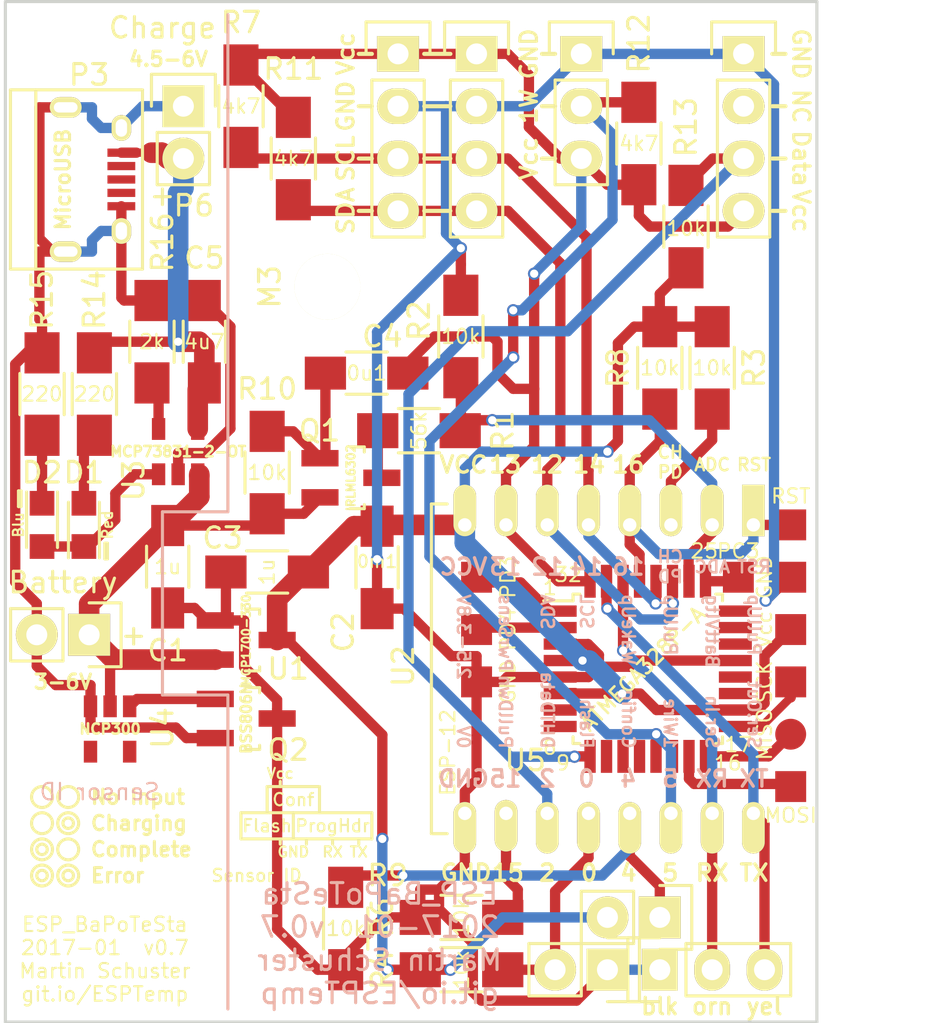
<source format=kicad_pcb>
(kicad_pcb (version 20171130) (host pcbnew "(5.1.12)-1")

  (general
    (thickness 1.6)
    (drawings 145)
    (tracks 411)
    (zones 0)
    (modules 50)
    (nets 49)
  )

  (page A4)
  (layers
    (0 F.Cu signal)
    (31 B.Cu signal)
    (33 F.Adhes user hide)
    (35 F.Paste user hide)
    (36 B.SilkS user hide)
    (37 F.SilkS user hide)
    (38 B.Mask user hide)
    (39 F.Mask user hide)
    (40 Dwgs.User user hide)
    (41 Cmts.User user hide)
    (42 Eco1.User user hide)
    (43 Eco2.User user hide)
    (44 Edge.Cuts user)
    (45 Margin user hide)
    (47 F.CrtYd user hide)
    (49 F.Fab user hide)
  )

  (setup
    (last_trace_width 0.5)
    (trace_clearance 0.2)
    (zone_clearance 0.508)
    (zone_45_only yes)
    (trace_min 0.2)
    (via_size 0.6)
    (via_drill 0.4)
    (via_min_size 0.4)
    (via_min_drill 0.3)
    (uvia_size 0.3)
    (uvia_drill 0.1)
    (uvias_allowed no)
    (uvia_min_size 0.2)
    (uvia_min_drill 0.1)
    (edge_width 0.15)
    (segment_width 0.15)
    (pcb_text_width 0.3)
    (pcb_text_size 1.5 1.5)
    (mod_edge_width 0.15)
    (mod_text_size 1 1)
    (mod_text_width 0.15)
    (pad_size 1.5 1.5)
    (pad_drill 0)
    (pad_to_mask_clearance 0.2)
    (aux_axis_origin 123.19 66.04)
    (grid_origin 123.19 66.04)
    (visible_elements 7FFFFFFF)
    (pcbplotparams
      (layerselection 0x010f0_80000001)
      (usegerberextensions true)
      (usegerberattributes true)
      (usegerberadvancedattributes true)
      (creategerberjobfile true)
      (excludeedgelayer true)
      (linewidth 0.100000)
      (plotframeref false)
      (viasonmask false)
      (mode 1)
      (useauxorigin true)
      (hpglpennumber 1)
      (hpglpenspeed 20)
      (hpglpendiameter 15.000000)
      (psnegative false)
      (psa4output false)
      (plotreference true)
      (plotvalue true)
      (plotinvisibletext false)
      (padsonsilk false)
      (subtractmaskfromsilk false)
      (outputformat 1)
      (mirror false)
      (drillshape 0)
      (scaleselection 1)
      (outputdirectory "/tmp/gerber/"))
  )

  (net 0 "")
  (net 1 +BATT)
  (net 2 GND)
  (net 3 VCC)
  (net 4 "Net-(Q1-Pad3)")
  (net 5 PwrSens)
  (net 6 /G)
  (net 7 /GPIO0)
  (net 8 SCL)
  (net 9 SDA)
  (net 10 1Wire)
  (net 11 DHTData)
  (net 12 ADC)
  (net 13 /CH_PD)
  (net 14 /GPIO15)
  (net 15 /GPIO4)
  (net 16 RXD)
  (net 17 TXD)
  (net 18 "Net-(R16-Pad1)")
  (net 19 /Status)
  (net 20 /Vin)
  (net 21 /Rred)
  (net 22 /Rblu)
  (net 23 GNDPWR)
  (net 24 /S_UV)
  (net 25 RST)
  (net 26 /PD3)
  (net 27 /PD4)
  (net 28 "Net-(P3-Pad2)")
  (net 29 "Net-(P3-Pad3)")
  (net 30 "Net-(P3-Pad4)")
  (net 31 "Net-(P15-Pad2)")
  (net 32 "Net-(U4-Pad4)")
  (net 33 "Net-(U4-Pad5)")
  (net 34 "Net-(U5-Pad7)")
  (net 35 "Net-(U5-Pad8)")
  (net 36 "Net-(U5-Pad10)")
  (net 37 "Net-(U5-Pad11)")
  (net 38 "Net-(U5-Pad12)")
  (net 39 "Net-(U5-Pad14)")
  (net 40 "Net-(U5-Pad19)")
  (net 41 "Net-(U5-Pad20)")
  (net 42 "Net-(U5-Pad22)")
  (net 43 "Net-(U5-Pad23)")
  (net 44 /SCK)
  (net 45 /MOSI)
  (net 46 /MISO)
  (net 47 /PC3)
  (net 48 "Net-(U5-Pad24)")

  (net_class Default "This is the default net class."
    (clearance 0.2)
    (trace_width 0.5)
    (via_dia 0.6)
    (via_drill 0.4)
    (uvia_dia 0.3)
    (uvia_drill 0.1)
    (add_net /CH_PD)
    (add_net /G)
    (add_net /GPIO0)
    (add_net /GPIO15)
    (add_net /GPIO4)
    (add_net /MISO)
    (add_net /MOSI)
    (add_net /PC3)
    (add_net /PD3)
    (add_net /PD4)
    (add_net /Rblu)
    (add_net /Rred)
    (add_net /SCK)
    (add_net /S_UV)
    (add_net /Status)
    (add_net 1Wire)
    (add_net ADC)
    (add_net DHTData)
    (add_net "Net-(P15-Pad2)")
    (add_net "Net-(P3-Pad2)")
    (add_net "Net-(P3-Pad3)")
    (add_net "Net-(P3-Pad4)")
    (add_net "Net-(Q1-Pad3)")
    (add_net "Net-(R16-Pad1)")
    (add_net "Net-(U4-Pad4)")
    (add_net "Net-(U4-Pad5)")
    (add_net "Net-(U5-Pad10)")
    (add_net "Net-(U5-Pad11)")
    (add_net "Net-(U5-Pad12)")
    (add_net "Net-(U5-Pad14)")
    (add_net "Net-(U5-Pad19)")
    (add_net "Net-(U5-Pad20)")
    (add_net "Net-(U5-Pad22)")
    (add_net "Net-(U5-Pad23)")
    (add_net "Net-(U5-Pad24)")
    (add_net "Net-(U5-Pad7)")
    (add_net "Net-(U5-Pad8)")
    (add_net PwrSens)
    (add_net RST)
    (add_net RXD)
    (add_net SCL)
    (add_net SDA)
    (add_net TXD)
  )

  (net_class Power ""
    (clearance 0.2)
    (trace_width 0.5)
    (via_dia 0.6)
    (via_drill 0.4)
    (uvia_dia 0.3)
    (uvia_drill 0.1)
    (add_net +BATT)
    (add_net /Vin)
    (add_net GND)
    (add_net GNDPWR)
    (add_net VCC)
  )

  (module Measurement_Points:Measurement_Point_Square-SMD-Pad_Small (layer F.Cu) (tedit 586E72E9) (tstamp 0)
    (at 146.05 99.06)
    (descr "Mesurement Point, Square, SMD Pad,  1.5mm x 1.5mm,")
    (tags "Mesurement Point Square SMD Pad 1.5x1.5mm")
    (path /5844B1BA)
    (attr virtual)
    (fp_text reference TP4_2 (at -1.778 0 90) (layer F.SilkS) hide
      (effects (font (size 0.7 0.7) (thickness 0.15)))
    )
    (fp_text value TEST_1P (at 0 0) (layer F.Fab) hide
      (effects (font (size 1 1) (thickness 0.15)))
    )
    (fp_line (start -1 1) (end -1 -1) (layer F.CrtYd) (width 0.05))
    (fp_line (start 1 1) (end -1 1) (layer F.CrtYd) (width 0.05))
    (fp_line (start 1 -1) (end 1 1) (layer F.CrtYd) (width 0.05))
    (fp_line (start -1 -1) (end 1 -1) (layer F.CrtYd) (width 0.05))
    (pad 1 smd rect (at 0 0) (size 1.5 1.5) (layers F.Cu F.Mask)
      (net 2 GND))
  )

  (module Pin_Headers:Pin_Header_Straight_1x03 (layer F.Cu) (tedit 583DDABF) (tstamp 56631468)
    (at 154.94 113.03 90)
    (descr "Through hole pin header")
    (tags "pin header")
    (path /5662AE2D)
    (fp_text reference P1 (at 0 7.62 180) (layer F.SilkS) hide
      (effects (font (size 1 1) (thickness 0.15)))
    )
    (fp_text value ProgHdr (at 6.985 -15.875 180) (layer F.SilkS)
      (effects (font (size 0.6 0.6) (thickness 0.1)))
    )
    (fp_line (start -1.55 -1.55) (end 1.55 -1.55) (layer F.SilkS) (width 0.15))
    (fp_line (start -1.55 0) (end -1.55 -1.55) (layer F.SilkS) (width 0.15))
    (fp_line (start 1.27 1.27) (end -1.27 1.27) (layer F.SilkS) (width 0.15))
    (fp_line (start 1.55 -1.55) (end 1.55 0) (layer F.SilkS) (width 0.15))
    (fp_line (start 1.27 6.35) (end 1.27 1.27) (layer F.SilkS) (width 0.15))
    (fp_line (start -1.27 6.35) (end 1.27 6.35) (layer F.SilkS) (width 0.15))
    (fp_line (start -1.27 1.27) (end -1.27 6.35) (layer F.SilkS) (width 0.15))
    (fp_line (start -1.75 6.85) (end 1.75 6.85) (layer F.CrtYd) (width 0.05))
    (fp_line (start -1.75 -1.75) (end 1.75 -1.75) (layer F.CrtYd) (width 0.05))
    (fp_line (start 1.75 -1.75) (end 1.75 6.85) (layer F.CrtYd) (width 0.05))
    (fp_line (start -1.75 -1.75) (end -1.75 6.85) (layer F.CrtYd) (width 0.05))
    (pad 1 thru_hole rect (at 0 0 90) (size 2.032 1.7272) (drill 1.016) (layers *.Cu *.Mask F.SilkS)
      (net 2 GND))
    (pad 2 thru_hole oval (at 0 2.54 90) (size 2.032 1.7272) (drill 1.016) (layers *.Cu *.Mask F.SilkS)
      (net 16 RXD))
    (pad 3 thru_hole oval (at 0 5.08 90) (size 2.032 1.7272) (drill 1.016) (layers *.Cu *.Mask F.SilkS)
      (net 17 TXD))
    (model Pin_Headers.3dshapes/Pin_Header_Straight_1x03.wrl
      (offset (xyz 0 -2.539999961853027 0))
      (scale (xyz 1 1 1))
      (rotate (xyz 0 0 90))
    )
  )

  (module Pin_Headers:Pin_Header_Straight_1x02 (layer F.Cu) (tedit 583DDAE1) (tstamp 568D7C83)
    (at 152.4 113.03 270)
    (descr "Through hole pin header")
    (tags "pin header")
    (path /568D8829)
    (fp_text reference P4 (at 0 -5.1 270) (layer F.SilkS) hide
      (effects (font (size 1 1) (thickness 0.15)))
    )
    (fp_text value Flash (at -6.985 16.51) (layer F.SilkS)
      (effects (font (size 0.6 0.6) (thickness 0.1)))
    )
    (fp_line (start -1.27 3.81) (end 1.27 3.81) (layer F.SilkS) (width 0.15))
    (fp_line (start -1.27 1.27) (end -1.27 3.81) (layer F.SilkS) (width 0.15))
    (fp_line (start -1.55 -1.55) (end 1.55 -1.55) (layer F.SilkS) (width 0.15))
    (fp_line (start -1.55 0) (end -1.55 -1.55) (layer F.SilkS) (width 0.15))
    (fp_line (start 1.27 1.27) (end -1.27 1.27) (layer F.SilkS) (width 0.15))
    (fp_line (start -1.75 4.3) (end 1.75 4.3) (layer F.CrtYd) (width 0.05))
    (fp_line (start -1.75 -1.75) (end 1.75 -1.75) (layer F.CrtYd) (width 0.05))
    (fp_line (start 1.75 -1.75) (end 1.75 4.3) (layer F.CrtYd) (width 0.05))
    (fp_line (start -1.75 -1.75) (end -1.75 4.3) (layer F.CrtYd) (width 0.05))
    (fp_line (start 1.55 -1.55) (end 1.55 0) (layer F.SilkS) (width 0.15))
    (fp_line (start 1.27 1.27) (end 1.27 3.81) (layer F.SilkS) (width 0.15))
    (pad 1 thru_hole rect (at 0 0 270) (size 2.032 2.032) (drill 1.016) (layers *.Cu *.Mask F.SilkS)
      (net 2 GND))
    (pad 2 thru_hole oval (at 0 2.54 270) (size 2.032 2.032) (drill 1.016) (layers *.Cu *.Mask F.SilkS)
      (net 7 /GPIO0))
    (model Pin_Headers.3dshapes/Pin_Header_Straight_1x02.wrl
      (offset (xyz 0 -1.269999980926514 0))
      (scale (xyz 1 1 1))
      (rotate (xyz 0 0 90))
    )
  )

  (module Resistors_SMD:R_1206_HandSoldering (layer F.Cu) (tedit 568F85E7) (tstamp 568D8062)
    (at 145.288 82.296 90)
    (descr "Resistor SMD 1206, hand soldering")
    (tags "resistor 1206")
    (path /566299C7)
    (attr smd)
    (fp_text reference R2 (at 0.762 -2.032 90) (layer F.SilkS)
      (effects (font (size 1 1) (thickness 0.15)))
    )
    (fp_text value 10k (at 0 0 180) (layer F.SilkS)
      (effects (font (size 0.7 0.7) (thickness 0.1)))
    )
    (fp_line (start -1 -1.075) (end 1 -1.075) (layer F.SilkS) (width 0.15))
    (fp_line (start 1 1.075) (end -1 1.075) (layer F.SilkS) (width 0.15))
    (fp_line (start 3.3 -1.2) (end 3.3 1.2) (layer F.CrtYd) (width 0.05))
    (fp_line (start -3.3 -1.2) (end -3.3 1.2) (layer F.CrtYd) (width 0.05))
    (fp_line (start -3.3 1.2) (end 3.3 1.2) (layer F.CrtYd) (width 0.05))
    (fp_line (start -3.3 -1.2) (end 3.3 -1.2) (layer F.CrtYd) (width 0.05))
    (pad 1 smd rect (at -2 0 90) (size 2 1.7) (layers F.Cu F.Paste F.Mask)
      (net 12 ADC))
    (pad 2 smd rect (at 2 0 90) (size 2 1.7) (layers F.Cu F.Paste F.Mask)
      (net 2 GND))
    (model Resistors_SMD.3dshapes/R_1206_HandSoldering.wrl
      (at (xyz 0 0 0))
      (scale (xyz 1 1 1))
      (rotate (xyz 0 0 0))
    )
  )

  (module Resistors_SMD:R_1206_HandSoldering (layer F.Cu) (tedit 568F8622) (tstamp 568D810E)
    (at 143.256 86.868)
    (descr "Resistor SMD 1206, hand soldering")
    (tags "resistor 1206")
    (path /56629976)
    (attr smd)
    (fp_text reference R1 (at 4.064 0 90) (layer F.SilkS)
      (effects (font (size 1 1) (thickness 0.15)))
    )
    (fp_text value 56k (at 0 0 90) (layer F.SilkS)
      (effects (font (size 0.7 0.7) (thickness 0.1)))
    )
    (fp_line (start -1 -1.075) (end 1 -1.075) (layer F.SilkS) (width 0.15))
    (fp_line (start 1 1.075) (end -1 1.075) (layer F.SilkS) (width 0.15))
    (fp_line (start 3.3 -1.2) (end 3.3 1.2) (layer F.CrtYd) (width 0.05))
    (fp_line (start -3.3 -1.2) (end -3.3 1.2) (layer F.CrtYd) (width 0.05))
    (fp_line (start -3.3 1.2) (end 3.3 1.2) (layer F.CrtYd) (width 0.05))
    (fp_line (start -3.3 -1.2) (end 3.3 -1.2) (layer F.CrtYd) (width 0.05))
    (pad 1 smd rect (at -2 0) (size 2 1.7) (layers F.Cu F.Paste F.Mask)
      (net 4 "Net-(Q1-Pad3)"))
    (pad 2 smd rect (at 2 0) (size 2 1.7) (layers F.Cu F.Paste F.Mask)
      (net 12 ADC))
    (model Resistors_SMD.3dshapes/R_1206_HandSoldering.wrl
      (at (xyz 0 0 0))
      (scale (xyz 1 1 1))
      (rotate (xyz 0 0 0))
    )
  )

  (module Resistors_SMD:R_1206_HandSoldering (layer F.Cu) (tedit 568F8709) (tstamp 568D8113)
    (at 157.48 83.82 90)
    (descr "Resistor SMD 1206, hand soldering")
    (tags "resistor 1206")
    (path /56628A61)
    (attr smd)
    (fp_text reference R3 (at 0 2.032 90) (layer F.SilkS)
      (effects (font (size 1 1) (thickness 0.15)))
    )
    (fp_text value 10k (at 0 0 180) (layer F.SilkS)
      (effects (font (size 0.7 0.7) (thickness 0.1)))
    )
    (fp_line (start -1 -1.075) (end 1 -1.075) (layer F.SilkS) (width 0.15))
    (fp_line (start 1 1.075) (end -1 1.075) (layer F.SilkS) (width 0.15))
    (fp_line (start 3.3 -1.2) (end 3.3 1.2) (layer F.CrtYd) (width 0.05))
    (fp_line (start -3.3 -1.2) (end -3.3 1.2) (layer F.CrtYd) (width 0.05))
    (fp_line (start -3.3 1.2) (end 3.3 1.2) (layer F.CrtYd) (width 0.05))
    (fp_line (start -3.3 -1.2) (end 3.3 -1.2) (layer F.CrtYd) (width 0.05))
    (pad 1 smd rect (at -2 0 90) (size 2 1.7) (layers F.Cu F.Paste F.Mask)
      (net 13 /CH_PD))
    (pad 2 smd rect (at 2 0 90) (size 2 1.7) (layers F.Cu F.Paste F.Mask)
      (net 3 VCC))
    (model Resistors_SMD.3dshapes/R_1206_HandSoldering.wrl
      (at (xyz 0 0 0))
      (scale (xyz 1 1 1))
      (rotate (xyz 0 0 0))
    )
  )

  (module Resistors_SMD:R_1206_HandSoldering (layer F.Cu) (tedit 568F8450) (tstamp 568D8118)
    (at 145.32 113.03 180)
    (descr "Resistor SMD 1206, hand soldering")
    (tags "resistor 1206")
    (path /5662879A)
    (attr smd)
    (fp_text reference R4 (at 3.842 0 270) (layer F.SilkS)
      (effects (font (size 1 1) (thickness 0.15)))
    )
    (fp_text value 10k (at 0 0 270) (layer F.SilkS)
      (effects (font (size 0.7 0.7) (thickness 0.1)))
    )
    (fp_line (start -1 -1.075) (end 1 -1.075) (layer F.SilkS) (width 0.15))
    (fp_line (start 1 1.075) (end -1 1.075) (layer F.SilkS) (width 0.15))
    (fp_line (start 3.3 -1.2) (end 3.3 1.2) (layer F.CrtYd) (width 0.05))
    (fp_line (start -3.3 -1.2) (end -3.3 1.2) (layer F.CrtYd) (width 0.05))
    (fp_line (start -3.3 1.2) (end 3.3 1.2) (layer F.CrtYd) (width 0.05))
    (fp_line (start -3.3 -1.2) (end 3.3 -1.2) (layer F.CrtYd) (width 0.05))
    (pad 1 smd rect (at -2 0 180) (size 2 1.7) (layers F.Cu F.Paste F.Mask)
      (net 7 /GPIO0))
    (pad 2 smd rect (at 2 0 180) (size 2 1.7) (layers F.Cu F.Paste F.Mask)
      (net 3 VCC))
    (model Resistors_SMD.3dshapes/R_1206_HandSoldering.wrl
      (at (xyz 0 0 0))
      (scale (xyz 1 1 1))
      (rotate (xyz 0 0 0))
    )
  )

  (module Resistors_SMD:R_1206_HandSoldering (layer F.Cu) (tedit 568F8442) (tstamp 568D8122)
    (at 145.32 110.49)
    (descr "Resistor SMD 1206, hand soldering")
    (tags "resistor 1206")
    (path /56628956)
    (attr smd)
    (fp_text reference R6 (at -3.842 0 90) (layer F.SilkS)
      (effects (font (size 1 1) (thickness 0.15)))
    )
    (fp_text value 10k (at 0 0 90) (layer F.SilkS)
      (effects (font (size 0.7 0.7) (thickness 0.1)))
    )
    (fp_line (start -1 -1.075) (end 1 -1.075) (layer F.SilkS) (width 0.15))
    (fp_line (start 1 1.075) (end -1 1.075) (layer F.SilkS) (width 0.15))
    (fp_line (start 3.3 -1.2) (end 3.3 1.2) (layer F.CrtYd) (width 0.05))
    (fp_line (start -3.3 -1.2) (end -3.3 1.2) (layer F.CrtYd) (width 0.05))
    (fp_line (start -3.3 1.2) (end 3.3 1.2) (layer F.CrtYd) (width 0.05))
    (fp_line (start -3.3 -1.2) (end 3.3 -1.2) (layer F.CrtYd) (width 0.05))
    (pad 1 smd rect (at -2 0) (size 2 1.7) (layers F.Cu F.Paste F.Mask)
      (net 2 GND))
    (pad 2 smd rect (at 2 0) (size 2 1.7) (layers F.Cu F.Paste F.Mask)
      (net 14 /GPIO15))
    (model Resistors_SMD.3dshapes/R_1206_HandSoldering.wrl
      (at (xyz 0 0 0))
      (scale (xyz 1 1 1))
      (rotate (xyz 0 0 0))
    )
  )

  (module Resistors_SMD:R_1206_HandSoldering (layer F.Cu) (tedit 568F8615) (tstamp 568D8127)
    (at 134.62 71.12 90)
    (descr "Resistor SMD 1206, hand soldering")
    (tags "resistor 1206")
    (path /575C300B)
    (attr smd)
    (fp_text reference R7 (at 4.064 0 180) (layer F.SilkS)
      (effects (font (size 1 1) (thickness 0.15)))
    )
    (fp_text value 4k7 (at 0 0 180) (layer F.SilkS)
      (effects (font (size 0.7 0.7) (thickness 0.1)))
    )
    (fp_line (start -1 -1.075) (end 1 -1.075) (layer F.SilkS) (width 0.15))
    (fp_line (start 1 1.075) (end -1 1.075) (layer F.SilkS) (width 0.15))
    (fp_line (start 3.3 -1.2) (end 3.3 1.2) (layer F.CrtYd) (width 0.05))
    (fp_line (start -3.3 -1.2) (end -3.3 1.2) (layer F.CrtYd) (width 0.05))
    (fp_line (start -3.3 1.2) (end 3.3 1.2) (layer F.CrtYd) (width 0.05))
    (fp_line (start -3.3 -1.2) (end 3.3 -1.2) (layer F.CrtYd) (width 0.05))
    (pad 1 smd rect (at -2 0 90) (size 2 1.7) (layers F.Cu F.Paste F.Mask)
      (net 8 SCL))
    (pad 2 smd rect (at 2 0 90) (size 2 1.7) (layers F.Cu F.Paste F.Mask)
      (net 5 PwrSens))
    (model Resistors_SMD.3dshapes/R_1206_HandSoldering.wrl
      (at (xyz 0 0 0))
      (scale (xyz 1 1 1))
      (rotate (xyz 0 0 0))
    )
  )

  (module Resistors_SMD:R_1206_HandSoldering (layer F.Cu) (tedit 568F8703) (tstamp 568D812C)
    (at 154.94 83.82 270)
    (descr "Resistor SMD 1206, hand soldering")
    (tags "resistor 1206")
    (path /568D6E4C)
    (attr smd)
    (fp_text reference R8 (at 0 2.032 270) (layer F.SilkS)
      (effects (font (size 1 1) (thickness 0.15)))
    )
    (fp_text value 10k (at 0 0) (layer F.SilkS)
      (effects (font (size 0.7 0.7) (thickness 0.1)))
    )
    (fp_line (start -1 -1.075) (end 1 -1.075) (layer F.SilkS) (width 0.15))
    (fp_line (start 1 1.075) (end -1 1.075) (layer F.SilkS) (width 0.15))
    (fp_line (start 3.3 -1.2) (end 3.3 1.2) (layer F.CrtYd) (width 0.05))
    (fp_line (start -3.3 -1.2) (end -3.3 1.2) (layer F.CrtYd) (width 0.05))
    (fp_line (start -3.3 1.2) (end 3.3 1.2) (layer F.CrtYd) (width 0.05))
    (fp_line (start -3.3 -1.2) (end 3.3 -1.2) (layer F.CrtYd) (width 0.05))
    (pad 1 smd rect (at -2 0 270) (size 2 1.7) (layers F.Cu F.Paste F.Mask)
      (net 3 VCC))
    (pad 2 smd rect (at 2 0 270) (size 2 1.7) (layers F.Cu F.Paste F.Mask)
      (net 25 RST))
    (model Resistors_SMD.3dshapes/R_1206_HandSoldering.wrl
      (at (xyz 0 0 0))
      (scale (xyz 1 1 1))
      (rotate (xyz 0 0 0))
    )
  )

  (module Pin_Headers:Pin_Header_Straight_1x02 (layer F.Cu) (tedit 583DDB16) (tstamp 568ECE2F)
    (at 154.94 110.49 270)
    (descr "Through hole pin header")
    (tags "pin header")
    (path /568ED6C5)
    (fp_text reference P5 (at 0 -5.1 270) (layer F.SilkS) hide
      (effects (font (size 1 1) (thickness 0.15)))
    )
    (fp_text value Conf (at -5.715 17.78) (layer F.SilkS)
      (effects (font (size 0.6 0.6) (thickness 0.1)))
    )
    (fp_line (start -1.27 3.81) (end 1.27 3.81) (layer F.SilkS) (width 0.15))
    (fp_line (start -1.27 1.27) (end -1.27 3.81) (layer F.SilkS) (width 0.15))
    (fp_line (start -1.55 -1.55) (end 1.55 -1.55) (layer F.SilkS) (width 0.15))
    (fp_line (start -1.55 0) (end -1.55 -1.55) (layer F.SilkS) (width 0.15))
    (fp_line (start 1.27 1.27) (end -1.27 1.27) (layer F.SilkS) (width 0.15))
    (fp_line (start -1.75 4.3) (end 1.75 4.3) (layer F.CrtYd) (width 0.05))
    (fp_line (start -1.75 -1.75) (end 1.75 -1.75) (layer F.CrtYd) (width 0.05))
    (fp_line (start 1.75 -1.75) (end 1.75 4.3) (layer F.CrtYd) (width 0.05))
    (fp_line (start -1.75 -1.75) (end -1.75 4.3) (layer F.CrtYd) (width 0.05))
    (fp_line (start 1.55 -1.55) (end 1.55 0) (layer F.SilkS) (width 0.15))
    (fp_line (start 1.27 1.27) (end 1.27 3.81) (layer F.SilkS) (width 0.15))
    (pad 1 thru_hole rect (at 0 0 270) (size 2.032 2.032) (drill 1.016) (layers *.Cu *.Mask F.SilkS)
      (net 15 /GPIO4))
    (pad 2 thru_hole oval (at 0 2.54 270) (size 2.032 2.032) (drill 1.016) (layers *.Cu *.Mask F.SilkS)
      (net 3 VCC))
    (model Pin_Headers.3dshapes/Pin_Header_Straight_1x02.wrl
      (offset (xyz 0 -1.269999980926514 0))
      (scale (xyz 1 1 1))
      (rotate (xyz 0 0 90))
    )
  )

  (module Resistors_SMD:R_1206_HandSoldering (layer F.Cu) (tedit 568F83D6) (tstamp 568ECE35)
    (at 139.7 111.03 90)
    (descr "Resistor SMD 1206, hand soldering")
    (tags "resistor 1206")
    (path /568ED7C9)
    (attr smd)
    (fp_text reference R9 (at 2.572 2.032 180) (layer F.SilkS)
      (effects (font (size 1 1) (thickness 0.15)))
    )
    (fp_text value 10k (at 0 0 180) (layer F.SilkS)
      (effects (font (size 0.7 0.7) (thickness 0.1)))
    )
    (fp_line (start -1 -1.075) (end 1 -1.075) (layer F.SilkS) (width 0.15))
    (fp_line (start 1 1.075) (end -1 1.075) (layer F.SilkS) (width 0.15))
    (fp_line (start 3.3 -1.2) (end 3.3 1.2) (layer F.CrtYd) (width 0.05))
    (fp_line (start -3.3 -1.2) (end -3.3 1.2) (layer F.CrtYd) (width 0.05))
    (fp_line (start -3.3 1.2) (end 3.3 1.2) (layer F.CrtYd) (width 0.05))
    (fp_line (start -3.3 -1.2) (end 3.3 -1.2) (layer F.CrtYd) (width 0.05))
    (pad 1 smd rect (at -2 0 90) (size 2 1.7) (layers F.Cu F.Paste F.Mask)
      (net 2 GND))
    (pad 2 smd rect (at 2 0 90) (size 2 1.7) (layers F.Cu F.Paste F.Mask)
      (net 15 /GPIO4))
    (model Resistors_SMD.3dshapes/R_1206_HandSoldering.wrl
      (at (xyz 0 0 0))
      (scale (xyz 1 1 1))
      (rotate (xyz 0 0 0))
    )
  )

  (module Resistors_SMD:R_1206_HandSoldering (layer F.Cu) (tedit 568F86E1) (tstamp 568F7CE4)
    (at 135.89 88.9 90)
    (descr "Resistor SMD 1206, hand soldering")
    (tags "resistor 1206")
    (path /575EF7E6)
    (attr smd)
    (fp_text reference R10 (at 4.064 0 180) (layer F.SilkS)
      (effects (font (size 1 1) (thickness 0.15)))
    )
    (fp_text value 10k (at 0 0 180) (layer F.SilkS)
      (effects (font (size 0.7 0.7) (thickness 0.1)))
    )
    (fp_line (start -1 -1.075) (end 1 -1.075) (layer F.SilkS) (width 0.15))
    (fp_line (start 1 1.075) (end -1 1.075) (layer F.SilkS) (width 0.15))
    (fp_line (start 3.3 -1.2) (end 3.3 1.2) (layer F.CrtYd) (width 0.05))
    (fp_line (start -3.3 -1.2) (end -3.3 1.2) (layer F.CrtYd) (width 0.05))
    (fp_line (start -3.3 1.2) (end 3.3 1.2) (layer F.CrtYd) (width 0.05))
    (fp_line (start -3.3 -1.2) (end 3.3 -1.2) (layer F.CrtYd) (width 0.05))
    (pad 1 smd rect (at -2 0 90) (size 2 1.7) (layers F.Cu F.Paste F.Mask)
      (net 1 +BATT))
    (pad 2 smd rect (at 2 0 90) (size 2 1.7) (layers F.Cu F.Paste F.Mask)
      (net 6 /G))
    (model Resistors_SMD.3dshapes/R_1206_HandSoldering.wrl
      (at (xyz 0 0 0))
      (scale (xyz 1 1 1))
      (rotate (xyz 0 0 0))
    )
  )

  (module Capacitors_SMD:C_1206_HandSoldering (layer F.Cu) (tedit 56929961) (tstamp 56929006)
    (at 131.064 93.472 270)
    (descr "Capacitor SMD 1206, hand soldering")
    (tags "capacitor 1206")
    (path /56928F2E)
    (attr smd)
    (fp_text reference C1 (at 4.064 0) (layer F.SilkS)
      (effects (font (size 1 1) (thickness 0.15)))
    )
    (fp_text value 1u (at 0 0) (layer F.SilkS)
      (effects (font (size 0.7 0.7) (thickness 0.1)))
    )
    (fp_line (start -1 1.025) (end 1 1.025) (layer F.SilkS) (width 0.15))
    (fp_line (start 1 -1.025) (end -1 -1.025) (layer F.SilkS) (width 0.15))
    (fp_line (start 3.3 -1.15) (end 3.3 1.15) (layer F.CrtYd) (width 0.05))
    (fp_line (start -3.3 -1.15) (end -3.3 1.15) (layer F.CrtYd) (width 0.05))
    (fp_line (start -3.3 1.15) (end 3.3 1.15) (layer F.CrtYd) (width 0.05))
    (fp_line (start -3.3 -1.15) (end 3.3 -1.15) (layer F.CrtYd) (width 0.05))
    (pad 1 smd rect (at -2 0 270) (size 2 1.6) (layers F.Cu F.Paste F.Mask)
      (net 1 +BATT))
    (pad 2 smd rect (at 2 0 270) (size 2 1.6) (layers F.Cu F.Paste F.Mask)
      (net 2 GND))
    (model Capacitors_SMD.3dshapes/C_1206_HandSoldering.wrl
      (at (xyz 0 0 0))
      (scale (xyz 1 1 1))
      (rotate (xyz 0 0 0))
    )
  )

  (module Capacitors_SMD:C_1206_HandSoldering (layer F.Cu) (tedit 5692996D) (tstamp 56929010)
    (at 135.89 93.726 180)
    (descr "Capacitor SMD 1206, hand soldering")
    (tags "capacitor 1206")
    (path /5692970C)
    (attr smd)
    (fp_text reference C3 (at 2.159 1.651 180) (layer F.SilkS)
      (effects (font (size 1 1) (thickness 0.15)))
    )
    (fp_text value 1u (at 0 0 270) (layer F.SilkS)
      (effects (font (size 0.7 0.7) (thickness 0.1)))
    )
    (fp_line (start -1 1.025) (end 1 1.025) (layer F.SilkS) (width 0.15))
    (fp_line (start 1 -1.025) (end -1 -1.025) (layer F.SilkS) (width 0.15))
    (fp_line (start 3.3 -1.15) (end 3.3 1.15) (layer F.CrtYd) (width 0.05))
    (fp_line (start -3.3 -1.15) (end -3.3 1.15) (layer F.CrtYd) (width 0.05))
    (fp_line (start -3.3 1.15) (end 3.3 1.15) (layer F.CrtYd) (width 0.05))
    (fp_line (start -3.3 -1.15) (end 3.3 -1.15) (layer F.CrtYd) (width 0.05))
    (pad 1 smd rect (at -2 0 180) (size 2 1.6) (layers F.Cu F.Paste F.Mask)
      (net 3 VCC))
    (pad 2 smd rect (at 2 0 180) (size 2 1.6) (layers F.Cu F.Paste F.Mask)
      (net 2 GND))
    (model Capacitors_SMD.3dshapes/C_1206_HandSoldering.wrl
      (at (xyz 0 0 0))
      (scale (xyz 1 1 1))
      (rotate (xyz 0 0 0))
    )
  )

  (module Resistors_SMD:R_1206_HandSoldering (layer F.Cu) (tedit 5692B820) (tstamp 5692B55E)
    (at 137.16 73.66 90)
    (descr "Resistor SMD 1206, hand soldering")
    (tags "resistor 1206")
    (path /575C2C91)
    (attr smd)
    (fp_text reference R11 (at 4.35 0 180) (layer F.SilkS)
      (effects (font (size 1 1) (thickness 0.15)))
    )
    (fp_text value 4k7 (at 0 0 180) (layer F.SilkS)
      (effects (font (size 0.7 0.7) (thickness 0.1)))
    )
    (fp_line (start -1 -1.075) (end 1 -1.075) (layer F.SilkS) (width 0.15))
    (fp_line (start 1 1.075) (end -1 1.075) (layer F.SilkS) (width 0.15))
    (fp_line (start 3.3 -1.2) (end 3.3 1.2) (layer F.CrtYd) (width 0.05))
    (fp_line (start -3.3 -1.2) (end -3.3 1.2) (layer F.CrtYd) (width 0.05))
    (fp_line (start -3.3 1.2) (end 3.3 1.2) (layer F.CrtYd) (width 0.05))
    (fp_line (start -3.3 -1.2) (end 3.3 -1.2) (layer F.CrtYd) (width 0.05))
    (pad 1 smd rect (at -2 0 90) (size 2 1.7) (layers F.Cu F.Paste F.Mask)
      (net 9 SDA))
    (pad 2 smd rect (at 2 0 90) (size 2 1.7) (layers F.Cu F.Paste F.Mask)
      (net 5 PwrSens))
    (model Resistors_SMD.3dshapes/R_1206_HandSoldering.wrl
      (at (xyz 0 0 0))
      (scale (xyz 1 1 1))
      (rotate (xyz 0 0 0))
    )
  )

  (module Resistors_SMD:R_1206_HandSoldering (layer F.Cu) (tedit 583DE01F) (tstamp 575F1103)
    (at 153.924 72.93 270)
    (descr "Resistor SMD 1206, hand soldering")
    (tags "resistor 1206")
    (path /575C3DC1)
    (attr smd)
    (fp_text reference R12 (at -4.858 0 90) (layer F.SilkS)
      (effects (font (size 1 1) (thickness 0.15)))
    )
    (fp_text value 4k7 (at 0 0) (layer F.SilkS)
      (effects (font (size 0.7 0.7) (thickness 0.1)))
    )
    (fp_line (start -1 -1.075) (end 1 -1.075) (layer F.SilkS) (width 0.15))
    (fp_line (start 1 1.075) (end -1 1.075) (layer F.SilkS) (width 0.15))
    (fp_line (start 3.3 -1.2) (end 3.3 1.2) (layer F.CrtYd) (width 0.05))
    (fp_line (start -3.3 -1.2) (end -3.3 1.2) (layer F.CrtYd) (width 0.05))
    (fp_line (start -3.3 1.2) (end 3.3 1.2) (layer F.CrtYd) (width 0.05))
    (fp_line (start -3.3 -1.2) (end 3.3 -1.2) (layer F.CrtYd) (width 0.05))
    (pad 1 smd rect (at -2 0 270) (size 2 1.7) (layers F.Cu F.Paste F.Mask)
      (net 10 1Wire))
    (pad 2 smd rect (at 2 0 270) (size 2 1.7) (layers F.Cu F.Paste F.Mask)
      (net 5 PwrSens))
    (model Resistors_SMD.3dshapes/R_1206_HandSoldering.wrl
      (at (xyz 0 0 0))
      (scale (xyz 1 1 1))
      (rotate (xyz 0 0 0))
    )
  )

  (module Resistors_SMD:R_1206_HandSoldering (layer F.Cu) (tedit 583DE026) (tstamp 575F1109)
    (at 156.21 76.962 270)
    (descr "Resistor SMD 1206, hand soldering")
    (tags "resistor 1206")
    (path /56628865)
    (attr smd)
    (fp_text reference R13 (at -4.826 0 270) (layer F.SilkS)
      (effects (font (size 1 1) (thickness 0.15)))
    )
    (fp_text value 10k (at 0.095 0) (layer F.SilkS)
      (effects (font (size 0.7 0.7) (thickness 0.1)))
    )
    (fp_line (start -1 -1.075) (end 1 -1.075) (layer F.SilkS) (width 0.15))
    (fp_line (start 1 1.075) (end -1 1.075) (layer F.SilkS) (width 0.15))
    (fp_line (start 3.3 -1.2) (end 3.3 1.2) (layer F.CrtYd) (width 0.05))
    (fp_line (start -3.3 -1.2) (end -3.3 1.2) (layer F.CrtYd) (width 0.05))
    (fp_line (start -3.3 1.2) (end 3.3 1.2) (layer F.CrtYd) (width 0.05))
    (fp_line (start -3.3 -1.2) (end 3.3 -1.2) (layer F.CrtYd) (width 0.05))
    (pad 1 smd rect (at -2 0 270) (size 2 1.7) (layers F.Cu F.Paste F.Mask)
      (net 11 DHTData))
    (pad 2 smd rect (at 2 0 270) (size 2 1.7) (layers F.Cu F.Paste F.Mask)
      (net 3 VCC))
    (model Resistors_SMD.3dshapes/R_1206_HandSoldering.wrl
      (at (xyz 0 0 0))
      (scale (xyz 1 1 1))
      (rotate (xyz 0 0 0))
    )
  )

  (module Capacitors_SMD:C_1206_HandSoldering (layer F.Cu) (tedit 583DE036) (tstamp 575F21E9)
    (at 140.716 84.074 180)
    (descr "Capacitor SMD 1206, hand soldering")
    (tags "capacitor 1206")
    (path /575EF38B)
    (attr smd)
    (fp_text reference C4 (at -0.762 1.778 180) (layer F.SilkS)
      (effects (font (size 1 1) (thickness 0.15)))
    )
    (fp_text value 0u1 (at 0 0 180) (layer F.SilkS)
      (effects (font (size 0.7 0.7) (thickness 0.1)))
    )
    (fp_line (start -1 1.025) (end 1 1.025) (layer F.SilkS) (width 0.15))
    (fp_line (start 1 -1.025) (end -1 -1.025) (layer F.SilkS) (width 0.15))
    (fp_line (start 3.3 -1.15) (end 3.3 1.15) (layer F.CrtYd) (width 0.05))
    (fp_line (start -3.3 -1.15) (end -3.3 1.15) (layer F.CrtYd) (width 0.05))
    (fp_line (start -3.3 1.15) (end 3.3 1.15) (layer F.CrtYd) (width 0.05))
    (fp_line (start -3.3 -1.15) (end 3.3 -1.15) (layer F.CrtYd) (width 0.05))
    (pad 1 smd rect (at -2 0 180) (size 2 1.6) (layers F.Cu F.Paste F.Mask)
      (net 5 PwrSens))
    (pad 2 smd rect (at 2 0 180) (size 2 1.6) (layers F.Cu F.Paste F.Mask)
      (net 6 /G))
    (model Capacitors_SMD.3dshapes/C_1206_HandSoldering.wrl
      (at (xyz 0 0 0))
      (scale (xyz 1 1 1))
      (rotate (xyz 0 0 0))
    )
  )

  (module TO_SOT_Packages_SMD:SOT-23_Handsoldering (layer F.Cu) (tedit 58431A2D) (tstamp 575F221E)
    (at 139.954 89.154 270)
    (descr "SOT-23, Handsoldering")
    (tags SOT-23)
    (path /575EEC28)
    (attr smd)
    (fp_text reference Q1 (at -2.286 1.524) (layer F.SilkS)
      (effects (font (size 1 1) (thickness 0.15)))
    )
    (fp_text value IRLML6302 (at 0 0 270) (layer F.SilkS)
      (effects (font (size 0.4 0.4) (thickness 0.1)))
    )
    (fp_line (start 1.49982 -0.65024) (end 1.49982 0.0508) (layer F.SilkS) (width 0.15))
    (fp_line (start 1.29916 -0.65024) (end 1.49982 -0.65024) (layer F.SilkS) (width 0.15))
    (fp_line (start -1.49982 -0.65024) (end -1.2509 -0.65024) (layer F.SilkS) (width 0.15))
    (fp_line (start -1.49982 0.0508) (end -1.49982 -0.65024) (layer F.SilkS) (width 0.15))
    (pad 1 smd rect (at -0.95 1.50114 270) (size 0.8001 1.80086) (layers F.Cu F.Paste F.Mask)
      (net 6 /G))
    (pad 2 smd rect (at 0.95 1.50114 270) (size 0.8001 1.80086) (layers F.Cu F.Paste F.Mask)
      (net 1 +BATT))
    (pad 3 smd rect (at 0 -1.50114 270) (size 0.8001 1.80086) (layers F.Cu F.Paste F.Mask)
      (net 4 "Net-(Q1-Pad3)"))
    (model TO_SOT_Packages_SMD.3dshapes/SOT-23_Handsoldering.wrl
      (at (xyz 0 0 0))
      (scale (xyz 1 1 1))
      (rotate (xyz 0 0 0))
    )
  )

  (module Socket_Strips:Socket_Strip_Straight_1x04 (layer F.Cu) (tedit 576463FC) (tstamp 57642996)
    (at 142.24 68.58 270)
    (descr "Through hole socket strip")
    (tags "socket strip")
    (path /575BF812)
    (fp_text reference P9 (at 0 -5.1 270) (layer F.SilkS) hide
      (effects (font (size 1 1) (thickness 0.15)))
    )
    (fp_text value CONN_01X04 (at 0 -3.1 270) (layer F.Fab) hide
      (effects (font (size 1 1) (thickness 0.15)))
    )
    (fp_line (start -1.55 -1.55) (end -1.55 1.55) (layer F.SilkS) (width 0.15))
    (fp_line (start 0 -1.55) (end -1.55 -1.55) (layer F.SilkS) (width 0.15))
    (fp_line (start 1.27 1.27) (end 1.27 -1.27) (layer F.SilkS) (width 0.15))
    (fp_line (start 8.89 -1.27) (end 8.89 1.27) (layer F.SilkS) (width 0.15))
    (fp_line (start -1.55 1.55) (end 0 1.55) (layer F.SilkS) (width 0.15))
    (fp_line (start 1.27 1.27) (end 8.89 1.27) (layer F.SilkS) (width 0.15))
    (fp_line (start 1.27 -1.27) (end 8.89 -1.27) (layer F.SilkS) (width 0.15))
    (fp_line (start -1.75 1.75) (end 9.4 1.75) (layer F.CrtYd) (width 0.05))
    (fp_line (start -1.75 -1.75) (end 9.4 -1.75) (layer F.CrtYd) (width 0.05))
    (fp_line (start 9.4 -1.75) (end 9.4 1.75) (layer F.CrtYd) (width 0.05))
    (fp_line (start -1.75 -1.75) (end -1.75 1.75) (layer F.CrtYd) (width 0.05))
    (pad 1 thru_hole rect (at 0 0 270) (size 1.7272 2.032) (drill 1.016) (layers *.Cu *.Mask F.SilkS)
      (net 5 PwrSens))
    (pad 2 thru_hole oval (at 2.54 0 270) (size 1.7272 2.032) (drill 1.016) (layers *.Cu *.Mask F.SilkS)
      (net 2 GND))
    (pad 3 thru_hole oval (at 5.08 0 270) (size 1.7272 2.032) (drill 1.016) (layers *.Cu *.Mask F.SilkS)
      (net 8 SCL))
    (pad 4 thru_hole oval (at 7.62 0 270) (size 1.7272 2.032) (drill 1.016) (layers *.Cu *.Mask F.SilkS)
      (net 9 SDA))
    (model Socket_Strips.3dshapes/Socket_Strip_Straight_1x04.wrl
      (offset (xyz 3.809999942779541 0 0))
      (scale (xyz 1 1 1))
      (rotate (xyz 0 0 180))
    )
  )

  (module Socket_Strips:Socket_Strip_Straight_1x04 (layer F.Cu) (tedit 576463FF) (tstamp 576429A8)
    (at 146.05 68.58 270)
    (descr "Through hole socket strip")
    (tags "socket strip")
    (path /575B1D78)
    (fp_text reference P10 (at -3.81 -2.54 270) (layer F.SilkS) hide
      (effects (font (size 1 1) (thickness 0.15)))
    )
    (fp_text value CONN_01X04 (at 0 -3.1 270) (layer F.Fab) hide
      (effects (font (size 1 1) (thickness 0.15)))
    )
    (fp_line (start -1.55 -1.55) (end -1.55 1.55) (layer F.SilkS) (width 0.15))
    (fp_line (start 0 -1.55) (end -1.55 -1.55) (layer F.SilkS) (width 0.15))
    (fp_line (start 1.27 1.27) (end 1.27 -1.27) (layer F.SilkS) (width 0.15))
    (fp_line (start 8.89 -1.27) (end 8.89 1.27) (layer F.SilkS) (width 0.15))
    (fp_line (start -1.55 1.55) (end 0 1.55) (layer F.SilkS) (width 0.15))
    (fp_line (start 1.27 1.27) (end 8.89 1.27) (layer F.SilkS) (width 0.15))
    (fp_line (start 1.27 -1.27) (end 8.89 -1.27) (layer F.SilkS) (width 0.15))
    (fp_line (start -1.75 1.75) (end 9.4 1.75) (layer F.CrtYd) (width 0.05))
    (fp_line (start -1.75 -1.75) (end 9.4 -1.75) (layer F.CrtYd) (width 0.05))
    (fp_line (start 9.4 -1.75) (end 9.4 1.75) (layer F.CrtYd) (width 0.05))
    (fp_line (start -1.75 -1.75) (end -1.75 1.75) (layer F.CrtYd) (width 0.05))
    (pad 1 thru_hole rect (at 0 0 270) (size 1.7272 2.032) (drill 1.016) (layers *.Cu *.Mask F.SilkS)
      (net 5 PwrSens))
    (pad 2 thru_hole oval (at 2.54 0 270) (size 1.7272 2.032) (drill 1.016) (layers *.Cu *.Mask F.SilkS)
      (net 2 GND))
    (pad 3 thru_hole oval (at 5.08 0 270) (size 1.7272 2.032) (drill 1.016) (layers *.Cu *.Mask F.SilkS)
      (net 8 SCL))
    (pad 4 thru_hole oval (at 7.62 0 270) (size 1.7272 2.032) (drill 1.016) (layers *.Cu *.Mask F.SilkS)
      (net 9 SDA))
    (model Socket_Strips.3dshapes/Socket_Strip_Straight_1x04.wrl
      (offset (xyz 3.809999942779541 0 0))
      (scale (xyz 1 1 1))
      (rotate (xyz 0 0 180))
    )
  )

  (module Socket_Strips:Socket_Strip_Straight_1x03 (layer F.Cu) (tedit 57646401) (tstamp 576429BA)
    (at 151.13 68.58 270)
    (descr "Through hole socket strip")
    (tags "socket strip")
    (path /575B2511)
    (fp_text reference P13 (at 0 -5.1 270) (layer F.SilkS) hide
      (effects (font (size 1 1) (thickness 0.15)))
    )
    (fp_text value CONN_01X03 (at 0 -3.1 270) (layer F.Fab) hide
      (effects (font (size 1 1) (thickness 0.15)))
    )
    (fp_line (start 1.27 1.27) (end 1.27 -1.27) (layer F.SilkS) (width 0.15))
    (fp_line (start 6.35 1.27) (end 1.27 1.27) (layer F.SilkS) (width 0.15))
    (fp_line (start 6.35 -1.27) (end 6.35 1.27) (layer F.SilkS) (width 0.15))
    (fp_line (start 1.27 -1.27) (end 6.35 -1.27) (layer F.SilkS) (width 0.15))
    (fp_line (start -1.75 1.75) (end 6.85 1.75) (layer F.CrtYd) (width 0.05))
    (fp_line (start -1.75 -1.75) (end 6.85 -1.75) (layer F.CrtYd) (width 0.05))
    (fp_line (start 6.85 -1.75) (end 6.85 1.75) (layer F.CrtYd) (width 0.05))
    (fp_line (start -1.75 -1.75) (end -1.75 1.75) (layer F.CrtYd) (width 0.05))
    (fp_line (start -1.55 1.55) (end 0 1.55) (layer F.SilkS) (width 0.15))
    (fp_line (start -1.55 -1.55) (end -1.55 1.55) (layer F.SilkS) (width 0.15))
    (fp_line (start 0 -1.55) (end -1.55 -1.55) (layer F.SilkS) (width 0.15))
    (pad 1 thru_hole rect (at 0 0 270) (size 1.7272 2.032) (drill 1.016) (layers *.Cu *.Mask F.SilkS)
      (net 2 GND))
    (pad 2 thru_hole oval (at 2.54 0 270) (size 1.7272 2.032) (drill 1.016) (layers *.Cu *.Mask F.SilkS)
      (net 10 1Wire))
    (pad 3 thru_hole oval (at 5.08 0 270) (size 1.7272 2.032) (drill 1.016) (layers *.Cu *.Mask F.SilkS)
      (net 5 PwrSens))
    (model Socket_Strips.3dshapes/Socket_Strip_Straight_1x03.wrl
      (offset (xyz 2.539999961853027 0 0))
      (scale (xyz 1 1 1))
      (rotate (xyz 0 0 180))
    )
  )

  (module Socket_Strips:Socket_Strip_Straight_1x04 (layer F.Cu) (tedit 57646404) (tstamp 576429CB)
    (at 159.004 68.58 270)
    (descr "Through hole socket strip")
    (tags "socket strip")
    (path /575BEE39)
    (fp_text reference P15 (at 0 -5.1 270) (layer F.SilkS) hide
      (effects (font (size 1 1) (thickness 0.15)))
    )
    (fp_text value CONN_01X04 (at 0 -3.1 270) (layer F.Fab) hide
      (effects (font (size 1 1) (thickness 0.15)))
    )
    (fp_line (start -1.55 -1.55) (end -1.55 1.55) (layer F.SilkS) (width 0.15))
    (fp_line (start 0 -1.55) (end -1.55 -1.55) (layer F.SilkS) (width 0.15))
    (fp_line (start 1.27 1.27) (end 1.27 -1.27) (layer F.SilkS) (width 0.15))
    (fp_line (start 8.89 -1.27) (end 8.89 1.27) (layer F.SilkS) (width 0.15))
    (fp_line (start -1.55 1.55) (end 0 1.55) (layer F.SilkS) (width 0.15))
    (fp_line (start 1.27 1.27) (end 8.89 1.27) (layer F.SilkS) (width 0.15))
    (fp_line (start 1.27 -1.27) (end 8.89 -1.27) (layer F.SilkS) (width 0.15))
    (fp_line (start -1.75 1.75) (end 9.4 1.75) (layer F.CrtYd) (width 0.05))
    (fp_line (start -1.75 -1.75) (end 9.4 -1.75) (layer F.CrtYd) (width 0.05))
    (fp_line (start 9.4 -1.75) (end 9.4 1.75) (layer F.CrtYd) (width 0.05))
    (fp_line (start -1.75 -1.75) (end -1.75 1.75) (layer F.CrtYd) (width 0.05))
    (pad 1 thru_hole rect (at 0 0 270) (size 1.7272 2.032) (drill 1.016) (layers *.Cu *.Mask F.SilkS)
      (net 2 GND))
    (pad 2 thru_hole oval (at 2.54 0 270) (size 1.7272 2.032) (drill 1.016) (layers *.Cu *.Mask F.SilkS)
      (net 31 "Net-(P15-Pad2)"))
    (pad 3 thru_hole oval (at 5.08 0 270) (size 1.7272 2.032) (drill 1.016) (layers *.Cu *.Mask F.SilkS)
      (net 11 DHTData))
    (pad 4 thru_hole oval (at 7.62 0 270) (size 1.7272 2.032) (drill 1.016) (layers *.Cu *.Mask F.SilkS)
      (net 5 PwrSens))
    (model Socket_Strips.3dshapes/Socket_Strip_Straight_1x04.wrl
      (offset (xyz 3.809999942779541 0 0))
      (scale (xyz 1 1 1))
      (rotate (xyz 0 0 180))
    )
  )

  (module ESP8266:ESP-12 (layer F.Cu) (tedit 0) (tstamp 57688AA6)
    (at 159.48 91.44 270)
    (descr "Module, ESP-8266, ESP-12, 16 pad, SMD")
    (tags "Module ESP-8266 ESP8266")
    (path /5764BF50)
    (fp_text reference U2 (at 6.858 16.986 270) (layer F.SilkS)
      (effects (font (size 1 1) (thickness 0.15)))
    )
    (fp_text value ESP-12 (at 11.049 14.827 90) (layer F.SilkS)
      (effects (font (size 0.7 0.7) (thickness 0.1)))
    )
    (fp_line (start -1.008 -8.4) (end 14.992 -8.4) (layer F.Fab) (width 0.05))
    (fp_line (start -1.008 15.6) (end -1.008 -8.4) (layer F.Fab) (width 0.05))
    (fp_line (start 14.992 15.6) (end -1.008 15.6) (layer F.Fab) (width 0.05))
    (fp_line (start 15 -8.4) (end 15 15.6) (layer F.Fab) (width 0.05))
    (fp_line (start -1.008 -2.6) (end 14.992 -2.6) (layer F.CrtYd) (width 0.1524))
    (fp_line (start -1.008 -8.4) (end 14.992 -2.6) (layer F.CrtYd) (width 0.1524))
    (fp_line (start 14.992 -8.4) (end -1.008 -2.6) (layer F.CrtYd) (width 0.1524))
    (fp_line (start 14.986 15.621) (end 14.986 14.859) (layer F.SilkS) (width 0.1524))
    (fp_line (start -1.016 15.621) (end 14.986 15.621) (layer F.SilkS) (width 0.1524))
    (fp_line (start -1.016 14.859) (end -1.016 15.621) (layer F.SilkS) (width 0.1524))
    (fp_line (start -1.016 -8.382) (end -1.016 -1.016) (layer F.CrtYd) (width 0.1524))
    (fp_line (start 14.986 -8.382) (end 14.986 -0.889) (layer F.CrtYd) (width 0.1524))
    (fp_line (start -1.016 -8.382) (end 14.986 -8.382) (layer F.CrtYd) (width 0.1524))
    (fp_line (start -2.25 16) (end -2.25 -0.5) (layer F.CrtYd) (width 0.05))
    (fp_line (start 16.25 16) (end -2.25 16) (layer F.CrtYd) (width 0.05))
    (fp_line (start 16.25 -8.75) (end 16.25 16) (layer F.CrtYd) (width 0.05))
    (fp_line (start 15.25 -8.75) (end 16.25 -8.75) (layer F.CrtYd) (width 0.05))
    (fp_line (start -2.25 -8.75) (end 15.25 -8.75) (layer F.CrtYd) (width 0.05))
    (fp_line (start -2.25 -0.5) (end -2.25 -8.75) (layer F.CrtYd) (width 0.05))
    (fp_text user "No Copper" (at 6.892 -5.4 270) (layer F.CrtYd)
      (effects (font (size 1 1) (thickness 0.15)))
    )
    (pad 1 thru_hole rect (at 0 0 270) (size 2.5 1.1) (drill 0.65 (offset -0.7 0)) (layers *.Cu *.Mask F.SilkS)
      (net 25 RST))
    (pad 2 thru_hole oval (at 0 2 270) (size 2.5 1.1) (drill 0.65 (offset -0.7 0)) (layers *.Cu *.Mask F.SilkS)
      (net 12 ADC))
    (pad 3 thru_hole oval (at 0 4 270) (size 2.5 1.1) (drill 0.65 (offset -0.7 0)) (layers *.Cu *.Mask F.SilkS)
      (net 13 /CH_PD))
    (pad 4 thru_hole oval (at 0 6 270) (size 2.5 1.1) (drill 0.65 (offset -0.7 0)) (layers *.Cu *.Mask F.SilkS)
      (net 25 RST))
    (pad 5 thru_hole oval (at 0 8 270) (size 2.5 1.1) (drill 0.65 (offset -0.7 0)) (layers *.Cu *.Mask F.SilkS)
      (net 8 SCL))
    (pad 6 thru_hole oval (at 0 10 270) (size 2.5 1.1) (drill 0.65 (offset -0.7 0)) (layers *.Cu *.Mask F.SilkS)
      (net 9 SDA))
    (pad 7 thru_hole oval (at 0 12 270) (size 2.5 1.1) (drill 0.65 (offset -0.7 0)) (layers *.Cu *.Mask F.SilkS)
      (net 5 PwrSens))
    (pad 8 thru_hole oval (at 0 14 270) (size 2.5 1.1) (drill 0.65 (offset -0.7 0)) (layers *.Cu *.Mask F.SilkS)
      (net 3 VCC))
    (pad 9 thru_hole oval (at 14 14 270) (size 2.5 1.1) (drill 0.65 (offset 0.7 0)) (layers *.Cu *.Mask F.SilkS)
      (net 2 GND))
    (pad 10 thru_hole oval (at 14 12 270) (size 2.5 1.1) (drill 0.65 (offset 0.6 0)) (layers *.Cu *.Mask F.SilkS)
      (net 14 /GPIO15))
    (pad 11 thru_hole oval (at 14 10 270) (size 2.5 1.1) (drill 0.65 (offset 0.7 0)) (layers *.Cu *.Mask F.SilkS)
      (net 11 DHTData))
    (pad 12 thru_hole oval (at 14 8 270) (size 2.5 1.1) (drill 0.65 (offset 0.7 0)) (layers *.Cu *.Mask F.SilkS)
      (net 7 /GPIO0))
    (pad 13 thru_hole oval (at 14 6 270) (size 2.5 1.1) (drill 0.65 (offset 0.7 0)) (layers *.Cu *.Mask F.SilkS)
      (net 15 /GPIO4))
    (pad 14 thru_hole oval (at 14 4 270) (size 2.5 1.1) (drill 0.65 (offset 0.7 0)) (layers *.Cu *.Mask F.SilkS)
      (net 10 1Wire))
    (pad 15 thru_hole oval (at 14 2 270) (size 2.5 1.1) (drill 0.65 (offset 0.7 0)) (layers *.Cu *.Mask F.SilkS)
      (net 16 RXD))
    (pad 16 thru_hole oval (at 14 0 270) (size 2.5 1.1) (drill 0.65 (offset 0.7 0)) (layers *.Cu *.Mask F.SilkS)
      (net 17 TXD))
    (model ${ESPLIB}/ESP8266.3dshapes/ESP-12.wrl
      (at (xyz 0 0 0))
      (scale (xyz 0.3937 0.3937 0.3937))
      (rotate (xyz 0 0 0))
    )
  )

  (module TO_SOT_Packages_SMD:SOT-23_Handsoldering (layer F.Cu) (tedit 5843F4CA) (tstamp 5)
    (at 134.874 97.028 270)
    (descr "SOT-23, Handsoldering")
    (tags SOT-23)
    (path /568D771E)
    (attr smd)
    (fp_text reference U1 (at 1.397 -2.032) (layer F.SilkS)
      (effects (font (size 1 1) (thickness 0.15)))
    )
    (fp_text value MCP1700-330 (at 0 0 270) (layer F.SilkS)
      (effects (font (size 0.4 0.4) (thickness 0.1)))
    )
    (fp_line (start 1.49982 -0.65024) (end 1.49982 0.0508) (layer F.SilkS) (width 0.15))
    (fp_line (start 1.29916 -0.65024) (end 1.49982 -0.65024) (layer F.SilkS) (width 0.15))
    (fp_line (start -1.49982 -0.65024) (end -1.2509 -0.65024) (layer F.SilkS) (width 0.15))
    (fp_line (start -1.49982 0.0508) (end -1.49982 -0.65024) (layer F.SilkS) (width 0.15))
    (pad 1 smd rect (at -0.95 1.50114 270) (size 0.8001 1.80086) (layers F.Cu F.Paste F.Mask)
      (net 2 GND))
    (pad 2 smd rect (at 0.95 1.50114 270) (size 0.8001 1.80086) (layers F.Cu F.Paste F.Mask)
      (net 1 +BATT))
    (pad 3 smd rect (at 0 -1.50114 270) (size 0.8001 1.80086) (layers F.Cu F.Paste F.Mask)
      (net 3 VCC))
    (model TO_SOT_Packages_SMD.3dshapes/SOT-23_Handsoldering.wrl
      (at (xyz 0 0 0))
      (scale (xyz 1 1 1))
      (rotate (xyz 0 0 0))
    )
  )

  (module Connect:USB_Micro-B (layer F.Cu) (tedit 58444C29) (tstamp 58289997)
    (at 127.254 74.676 270)
    (descr "Micro USB Type B Receptacle")
    (tags "USB USB_B USB_micro USB_OTG")
    (path /5828D688)
    (attr smd)
    (fp_text reference P3 (at -5.08 0) (layer F.SilkS)
      (effects (font (size 1 1) (thickness 0.15)))
    )
    (fp_text value MicroUSB (at 0 1.27 270) (layer F.SilkS)
      (effects (font (size 0.7 0.7) (thickness 0.15)))
    )
    (fp_line (start -4.3509 3.81746) (end -4.3509 -2.58754) (layer F.SilkS) (width 0.15))
    (fp_line (start 4.3491 2.58746) (end -4.3509 2.58746) (layer F.SilkS) (width 0.15))
    (fp_line (start 4.3491 -2.58754) (end 4.3491 3.81746) (layer F.SilkS) (width 0.15))
    (fp_line (start -4.3509 -2.58754) (end 4.3491 -2.58754) (layer F.SilkS) (width 0.15))
    (fp_line (start -4.3509 3.81746) (end 4.3491 3.81746) (layer F.SilkS) (width 0.15))
    (fp_line (start -4.6 4.05) (end -4.6 -2.8) (layer F.CrtYd) (width 0.05))
    (fp_line (start 4.6 4.05) (end -4.6 4.05) (layer F.CrtYd) (width 0.05))
    (fp_line (start 4.6 -2.8) (end 4.6 4.05) (layer F.CrtYd) (width 0.05))
    (fp_line (start -4.6 -2.8) (end 4.6 -2.8) (layer F.CrtYd) (width 0.05))
    (pad 1 smd rect (at -1.3009 -1.56254) (size 1.35 0.4) (layers F.Cu F.Paste F.Mask)
      (net 20 /Vin))
    (pad 2 smd rect (at -0.6509 -1.56254) (size 1.35 0.4) (layers F.Cu F.Paste F.Mask)
      (net 28 "Net-(P3-Pad2)"))
    (pad 3 smd rect (at -0.0009 -1.56254) (size 1.35 0.4) (layers F.Cu F.Paste F.Mask)
      (net 29 "Net-(P3-Pad3)"))
    (pad 4 smd rect (at 0.6491 -1.56254) (size 1.35 0.4) (layers F.Cu F.Paste F.Mask)
      (net 30 "Net-(P3-Pad4)"))
    (pad 5 smd rect (at 1.2991 -1.56254) (size 1.35 0.4) (layers F.Cu F.Paste F.Mask)
      (net 23 GNDPWR))
    (pad 6 thru_hole oval (at -2.5009 -1.56254) (size 0.95 1.25) (drill oval 0.55 0.85) (layers *.Cu *.Mask F.SilkS)
      (net 23 GNDPWR))
    (pad 6 thru_hole oval (at 2.4991 -1.56254) (size 0.95 1.25) (drill oval 0.55 0.85) (layers *.Cu *.Mask F.SilkS)
      (net 23 GNDPWR))
    (pad 6 thru_hole oval (at -3.5009 1.13746) (size 1.55 1) (drill oval 1.15 0.5) (layers *.Cu *.Mask F.SilkS)
      (net 23 GNDPWR))
    (pad 6 thru_hole oval (at 3.4991 1.13746) (size 1.55 1) (drill oval 1.15 0.5) (layers *.Cu *.Mask F.SilkS)
      (net 23 GNDPWR))
  )

  (module Resistors_SMD:R_1206_HandSoldering (layer F.Cu) (tedit 583F3769) (tstamp 5828999D)
    (at 127.508 85.09 270)
    (descr "Resistor SMD 1206, hand soldering")
    (tags "resistor 1206")
    (path /5828EC1E)
    (attr smd)
    (fp_text reference R14 (at -4.572 0 90) (layer F.SilkS)
      (effects (font (size 1 1) (thickness 0.15)))
    )
    (fp_text value 220 (at 0 0) (layer F.SilkS)
      (effects (font (size 0.7 0.7) (thickness 0.1)))
    )
    (fp_line (start -1 -1.075) (end 1 -1.075) (layer F.SilkS) (width 0.15))
    (fp_line (start 1 1.075) (end -1 1.075) (layer F.SilkS) (width 0.15))
    (fp_line (start 3.3 -1.2) (end 3.3 1.2) (layer F.CrtYd) (width 0.05))
    (fp_line (start -3.3 -1.2) (end -3.3 1.2) (layer F.CrtYd) (width 0.05))
    (fp_line (start -3.3 1.2) (end 3.3 1.2) (layer F.CrtYd) (width 0.05))
    (fp_line (start -3.3 -1.2) (end 3.3 -1.2) (layer F.CrtYd) (width 0.05))
    (pad 1 smd rect (at -2 0 270) (size 2 1.7) (layers F.Cu F.Paste F.Mask)
      (net 20 /Vin))
    (pad 2 smd rect (at 2 0 270) (size 2 1.7) (layers F.Cu F.Paste F.Mask)
      (net 21 /Rred))
    (model Resistors_SMD.3dshapes/R_1206_HandSoldering.wrl
      (at (xyz 0 0 0))
      (scale (xyz 1 1 1))
      (rotate (xyz 0 0 0))
    )
  )

  (module Resistors_SMD:R_1206_HandSoldering (layer F.Cu) (tedit 583F375B) (tstamp 582899A3)
    (at 124.968 85.09 90)
    (descr "Resistor SMD 1206, hand soldering")
    (tags "resistor 1206")
    (path /5828ED68)
    (attr smd)
    (fp_text reference R15 (at 4.572 0 270) (layer F.SilkS)
      (effects (font (size 1 1) (thickness 0.15)))
    )
    (fp_text value 220 (at 0 0 180) (layer F.SilkS)
      (effects (font (size 0.7 0.7) (thickness 0.1)))
    )
    (fp_line (start -1 -1.075) (end 1 -1.075) (layer F.SilkS) (width 0.15))
    (fp_line (start 1 1.075) (end -1 1.075) (layer F.SilkS) (width 0.15))
    (fp_line (start 3.3 -1.2) (end 3.3 1.2) (layer F.CrtYd) (width 0.05))
    (fp_line (start -3.3 -1.2) (end -3.3 1.2) (layer F.CrtYd) (width 0.05))
    (fp_line (start -3.3 1.2) (end 3.3 1.2) (layer F.CrtYd) (width 0.05))
    (fp_line (start -3.3 -1.2) (end 3.3 -1.2) (layer F.CrtYd) (width 0.05))
    (pad 1 smd rect (at -2 0 90) (size 2 1.7) (layers F.Cu F.Paste F.Mask)
      (net 22 /Rblu))
    (pad 2 smd rect (at 2 0 90) (size 2 1.7) (layers F.Cu F.Paste F.Mask)
      (net 23 GNDPWR))
    (model Resistors_SMD.3dshapes/R_1206_HandSoldering.wrl
      (at (xyz 0 0 0))
      (scale (xyz 1 1 1))
      (rotate (xyz 0 0 0))
    )
  )

  (module Resistors_SMD:R_1206_HandSoldering (layer F.Cu) (tedit 583F3799) (tstamp 58289B0D)
    (at 130.302 82.55 90)
    (descr "Resistor SMD 1206, hand soldering")
    (tags "resistor 1206")
    (path /5828CCFA)
    (attr smd)
    (fp_text reference R16 (at 4.826 0.508 90) (layer F.SilkS)
      (effects (font (size 1 1) (thickness 0.15)))
    )
    (fp_text value 2k (at 0 0 180) (layer F.SilkS)
      (effects (font (size 0.7 0.7) (thickness 0.1)))
    )
    (fp_line (start -1 -1.075) (end 1 -1.075) (layer F.SilkS) (width 0.15))
    (fp_line (start 1 1.075) (end -1 1.075) (layer F.SilkS) (width 0.15))
    (fp_line (start 3.3 -1.2) (end 3.3 1.2) (layer F.CrtYd) (width 0.05))
    (fp_line (start -3.3 -1.2) (end -3.3 1.2) (layer F.CrtYd) (width 0.05))
    (fp_line (start -3.3 1.2) (end 3.3 1.2) (layer F.CrtYd) (width 0.05))
    (fp_line (start -3.3 -1.2) (end 3.3 -1.2) (layer F.CrtYd) (width 0.05))
    (pad 1 smd rect (at -2 0 90) (size 2 1.7) (layers F.Cu F.Paste F.Mask)
      (net 18 "Net-(R16-Pad1)"))
    (pad 2 smd rect (at 2 0 90) (size 2 1.7) (layers F.Cu F.Paste F.Mask)
      (net 23 GNDPWR))
    (model Resistors_SMD.3dshapes/R_1206_HandSoldering.wrl
      (at (xyz 0 0 0))
      (scale (xyz 1 1 1))
      (rotate (xyz 0 0 0))
    )
  )

  (module Capacitors_SMD:C_1206_HandSoldering (layer F.Cu) (tedit 583F37AD) (tstamp 5828BDD7)
    (at 132.842 82.55 90)
    (descr "Capacitor SMD 1206, hand soldering")
    (tags "capacitor 1206")
    (path /5829CCE0)
    (attr smd)
    (fp_text reference C5 (at 4.064 0 180) (layer F.SilkS)
      (effects (font (size 1 1) (thickness 0.15)))
    )
    (fp_text value 4u7 (at 0 0 180) (layer F.SilkS)
      (effects (font (size 0.7 0.7) (thickness 0.1)))
    )
    (fp_line (start -1 1.025) (end 1 1.025) (layer F.SilkS) (width 0.15))
    (fp_line (start 1 -1.025) (end -1 -1.025) (layer F.SilkS) (width 0.15))
    (fp_line (start 3.3 -1.15) (end 3.3 1.15) (layer F.CrtYd) (width 0.05))
    (fp_line (start -3.3 -1.15) (end -3.3 1.15) (layer F.CrtYd) (width 0.05))
    (fp_line (start -3.3 1.15) (end 3.3 1.15) (layer F.CrtYd) (width 0.05))
    (fp_line (start -3.3 -1.15) (end 3.3 -1.15) (layer F.CrtYd) (width 0.05))
    (pad 1 smd rect (at -2 0 90) (size 2 1.6) (layers F.Cu F.Paste F.Mask)
      (net 20 /Vin))
    (pad 2 smd rect (at 2 0 90) (size 2 1.6) (layers F.Cu F.Paste F.Mask)
      (net 23 GNDPWR))
    (model Capacitors_SMD.3dshapes/C_1206_HandSoldering.wrl
      (at (xyz 0 0 0))
      (scale (xyz 1 1 1))
      (rotate (xyz 0 0 0))
    )
  )

  (module Pin_Headers:Pin_Header_Straight_1x02 (layer F.Cu) (tedit 582A2944) (tstamp 582A27AB)
    (at 127.254 96.774 270)
    (descr "Through hole pin header")
    (tags "pin header")
    (path /5662C8D4)
    (fp_text reference P2 (at 4.826 0.762) (layer F.SilkS) hide
      (effects (font (size 1 1) (thickness 0.15)))
    )
    (fp_text value Battery (at -2.54 1.27) (layer F.SilkS)
      (effects (font (size 1 1) (thickness 0.15)))
    )
    (fp_line (start -1.27 3.81) (end 1.27 3.81) (layer F.SilkS) (width 0.15))
    (fp_line (start -1.27 1.27) (end -1.27 3.81) (layer F.SilkS) (width 0.15))
    (fp_line (start -1.55 -1.55) (end 1.55 -1.55) (layer F.SilkS) (width 0.15))
    (fp_line (start -1.55 0) (end -1.55 -1.55) (layer F.SilkS) (width 0.15))
    (fp_line (start 1.27 1.27) (end -1.27 1.27) (layer F.SilkS) (width 0.15))
    (fp_line (start -1.75 4.3) (end 1.75 4.3) (layer F.CrtYd) (width 0.05))
    (fp_line (start -1.75 -1.75) (end 1.75 -1.75) (layer F.CrtYd) (width 0.05))
    (fp_line (start 1.75 -1.75) (end 1.75 4.3) (layer F.CrtYd) (width 0.05))
    (fp_line (start -1.75 -1.75) (end -1.75 4.3) (layer F.CrtYd) (width 0.05))
    (fp_line (start 1.55 -1.55) (end 1.55 0) (layer F.SilkS) (width 0.15))
    (fp_line (start 1.27 1.27) (end 1.27 3.81) (layer F.SilkS) (width 0.15))
    (pad 1 thru_hole rect (at 0 0 270) (size 2.032 2.032) (drill 1.016) (layers *.Cu *.Mask F.SilkS)
      (net 1 +BATT))
    (pad 2 thru_hole oval (at 0 2.54 270) (size 2.032 2.032) (drill 1.016) (layers *.Cu *.Mask F.SilkS)
      (net 23 GNDPWR))
    (model Pin_Headers.3dshapes/Pin_Header_Straight_1x02.wrl
      (offset (xyz 0 -1.269999980926514 0))
      (scale (xyz 1 1 1))
      (rotate (xyz 0 0 90))
    )
  )

  (module Mounting_Holes:MountingHole_3.2mm_M3_ISO7380 (layer F.Cu) (tedit 583F3731) (tstamp 583DDE76)
    (at 138.811 79.883)
    (descr "Mounting Hole 3.2mm, no annular, M3, ISO7380")
    (tags "mounting hole 3.2mm no annular m3 iso7380")
    (fp_text reference M3 (at -2.794 0 90) (layer F.SilkS)
      (effects (font (size 1 1) (thickness 0.15)))
    )
    (fp_text value MountingHole_3.2mm_M3_ISO7380 (at 0 3.85) (layer F.Fab) hide
      (effects (font (size 1 1) (thickness 0.15)))
    )
    (fp_circle (center 0 0) (end 3.1 0) (layer F.CrtYd) (width 0.05))
    (fp_circle (center 0 0) (end 2.85 0) (layer Cmts.User) (width 0.15))
    (pad 1 np_thru_hole circle (at 0 0) (size 3.2 3.2) (drill 3.2) (layers *.Cu *.Mask F.SilkS))
  )

  (module Capacitors_SMD:C_1206_HandSoldering (layer F.Cu) (tedit 586E4DCF) (tstamp 583F3514)
    (at 141.224 93.504 270)
    (descr "Capacitor SMD 1206, hand soldering")
    (tags "capacitor 1206")
    (path /583F3D5B)
    (attr smd)
    (fp_text reference C2 (at 3.143 1.651 90) (layer F.SilkS)
      (effects (font (size 1 1) (thickness 0.15)))
    )
    (fp_text value 0m1 (at -0.286 0) (layer F.SilkS)
      (effects (font (size 0.6 0.6) (thickness 0.1)))
    )
    (fp_line (start -1 1.025) (end 1 1.025) (layer F.SilkS) (width 0.15))
    (fp_line (start 1 -1.025) (end -1 -1.025) (layer F.SilkS) (width 0.15))
    (fp_line (start 3.3 -1.15) (end 3.3 1.15) (layer F.CrtYd) (width 0.05))
    (fp_line (start -3.3 -1.15) (end -3.3 1.15) (layer F.CrtYd) (width 0.05))
    (fp_line (start -3.3 1.15) (end 3.3 1.15) (layer F.CrtYd) (width 0.05))
    (fp_line (start -3.3 -1.15) (end 3.3 -1.15) (layer F.CrtYd) (width 0.05))
    (pad 1 smd rect (at -2 0 270) (size 2 1.6) (layers F.Cu F.Paste F.Mask)
      (net 3 VCC))
    (pad 2 smd rect (at 2 0 270) (size 2 1.6) (layers F.Cu F.Paste F.Mask)
      (net 2 GND))
    (model Capacitors_SMD.3dshapes/C_1206_HandSoldering.wrl
      (at (xyz 0 0 0))
      (scale (xyz 1 1 1))
      (rotate (xyz 0 0 0))
    )
  )

  (module TO_SOT_Packages_SMD:SOT-23_Handsoldering (layer F.Cu) (tedit 58431927) (tstamp 5843095E)
    (at 134.874 100.838 270)
    (descr "SOT-23, Handsoldering")
    (tags SOT-23)
    (path /58438CA3)
    (attr smd)
    (fp_text reference Q2 (at 1.524 -2.032) (layer F.SilkS)
      (effects (font (size 1 1) (thickness 0.15)))
    )
    (fp_text value BSS806N (at 0 0 270) (layer F.SilkS)
      (effects (font (size 0.5 0.5) (thickness 0.125)))
    )
    (fp_line (start 1.49982 -0.65024) (end 1.49982 0.0508) (layer F.SilkS) (width 0.15))
    (fp_line (start 1.29916 -0.65024) (end 1.49982 -0.65024) (layer F.SilkS) (width 0.15))
    (fp_line (start -1.49982 -0.65024) (end -1.2509 -0.65024) (layer F.SilkS) (width 0.15))
    (fp_line (start -1.49982 0.0508) (end -1.49982 -0.65024) (layer F.SilkS) (width 0.15))
    (pad 1 smd rect (at -0.95 1.50114 270) (size 0.8001 1.80086) (layers F.Cu F.Paste F.Mask)
      (net 24 /S_UV))
    (pad 2 smd rect (at 0.95 1.50114 270) (size 0.8001 1.80086) (layers F.Cu F.Paste F.Mask)
      (net 23 GNDPWR))
    (pad 3 smd rect (at 0 -1.50114 270) (size 0.8001 1.80086) (layers F.Cu F.Paste F.Mask)
      (net 2 GND))
    (model TO_SOT_Packages_SMD.3dshapes/SOT-23_Handsoldering.wrl
      (at (xyz 0 0 0))
      (scale (xyz 1 1 1))
      (rotate (xyz 0 0 0))
    )
  )

  (module Housings_QFP:TQFP-32_7x7mm_Pitch0.8mm (layer F.Cu) (tedit 586E4D21) (tstamp 5843D843)
    (at 154.356 98.425)
    (descr "32-Lead Plastic Thin Quad Flatpack (PT) - 7x7x1.0 mm Body, 2.00 mm [TQFP] (see Microchip Packaging Specification 00000049BS.pdf)")
    (tags "QFP 0.8")
    (path /5843ED40)
    (attr smd)
    (fp_text reference U5 (at -5.9436 4.445 180) (layer F.SilkS)
      (effects (font (size 1 1) (thickness 0.15)))
    )
    (fp_text value ATMEGA328P-A (at -0.2286 0 45) (layer F.SilkS)
      (effects (font (size 0.7 0.7) (thickness 0.125)))
    )
    (fp_line (start -3.625 -3.3) (end -5.05 -3.3) (layer F.SilkS) (width 0.15))
    (fp_line (start 3.625 -3.625) (end 3.3 -3.625) (layer F.SilkS) (width 0.15))
    (fp_line (start 3.625 3.625) (end 3.3 3.625) (layer F.SilkS) (width 0.15))
    (fp_line (start -3.625 3.625) (end -3.3 3.625) (layer F.SilkS) (width 0.15))
    (fp_line (start -3.625 -3.625) (end -3.3 -3.625) (layer F.SilkS) (width 0.15))
    (fp_line (start -3.625 3.625) (end -3.625 3.3) (layer F.SilkS) (width 0.15))
    (fp_line (start 3.625 3.625) (end 3.625 3.3) (layer F.SilkS) (width 0.15))
    (fp_line (start 3.625 -3.625) (end 3.625 -3.3) (layer F.SilkS) (width 0.15))
    (fp_line (start -3.625 -3.625) (end -3.625 -3.3) (layer F.SilkS) (width 0.15))
    (fp_line (start -5.3 5.3) (end 5.3 5.3) (layer F.CrtYd) (width 0.05))
    (fp_line (start -5.3 -5.3) (end 5.3 -5.3) (layer F.CrtYd) (width 0.05))
    (fp_line (start 5.3 -5.3) (end 5.3 5.3) (layer F.CrtYd) (width 0.05))
    (fp_line (start -5.3 -5.3) (end -5.3 5.3) (layer F.CrtYd) (width 0.05))
    (pad 1 smd rect (at -4.25 -2.8) (size 1.6 0.55) (layers F.Cu F.Paste F.Mask)
      (net 26 /PD3))
    (pad 2 smd rect (at -4.25 -2) (size 1.6 0.55) (layers F.Cu F.Paste F.Mask)
      (net 27 /PD4))
    (pad 3 smd rect (at -4.25 -1.2) (size 1.6 0.55) (layers F.Cu F.Paste F.Mask)
      (net 2 GND))
    (pad 4 smd rect (at -4.25 -0.4) (size 1.6 0.55) (layers F.Cu F.Paste F.Mask)
      (net 3 VCC))
    (pad 5 smd rect (at -4.25 0.4) (size 1.6 0.55) (layers F.Cu F.Paste F.Mask)
      (net 2 GND))
    (pad 6 smd rect (at -4.25 1.2) (size 1.6 0.55) (layers F.Cu F.Paste F.Mask)
      (net 3 VCC))
    (pad 7 smd rect (at -4.25 2) (size 1.6 0.55) (layers F.Cu F.Paste F.Mask)
      (net 34 "Net-(U5-Pad7)"))
    (pad 8 smd rect (at -4.25 2.8) (size 1.6 0.55) (layers F.Cu F.Paste F.Mask)
      (net 35 "Net-(U5-Pad8)"))
    (pad 9 smd rect (at -2.8 4.25 90) (size 1.6 0.55) (layers F.Cu F.Paste F.Mask)
      (net 11 DHTData))
    (pad 10 smd rect (at -2 4.25 90) (size 1.6 0.55) (layers F.Cu F.Paste F.Mask)
      (net 36 "Net-(U5-Pad10)"))
    (pad 11 smd rect (at -1.2 4.25 90) (size 1.6 0.55) (layers F.Cu F.Paste F.Mask)
      (net 37 "Net-(U5-Pad11)"))
    (pad 12 smd rect (at -0.4 4.25 90) (size 1.6 0.55) (layers F.Cu F.Paste F.Mask)
      (net 38 "Net-(U5-Pad12)"))
    (pad 13 smd rect (at 0.4 4.25 90) (size 1.6 0.55) (layers F.Cu F.Paste F.Mask)
      (net 10 1Wire))
    (pad 14 smd rect (at 1.2 4.25 90) (size 1.6 0.55) (layers F.Cu F.Paste F.Mask)
      (net 39 "Net-(U5-Pad14)"))
    (pad 15 smd rect (at 2 4.25 90) (size 1.6 0.55) (layers F.Cu F.Paste F.Mask)
      (net 45 /MOSI))
    (pad 16 smd rect (at 2.8 4.25 90) (size 1.6 0.55) (layers F.Cu F.Paste F.Mask)
      (net 46 /MISO))
    (pad 17 smd rect (at 4.25 2.8) (size 1.6 0.55) (layers F.Cu F.Paste F.Mask)
      (net 44 /SCK))
    (pad 18 smd rect (at 4.25 2) (size 1.6 0.55) (layers F.Cu F.Paste F.Mask)
      (net 3 VCC))
    (pad 19 smd rect (at 4.25 1.2) (size 1.6 0.55) (layers F.Cu F.Paste F.Mask)
      (net 40 "Net-(U5-Pad19)"))
    (pad 20 smd rect (at 4.25 0.4) (size 1.6 0.55) (layers F.Cu F.Paste F.Mask)
      (net 41 "Net-(U5-Pad20)"))
    (pad 21 smd rect (at 4.25 -0.4) (size 1.6 0.55) (layers F.Cu F.Paste F.Mask)
      (net 2 GND))
    (pad 22 smd rect (at 4.25 -1.2) (size 1.6 0.55) (layers F.Cu F.Paste F.Mask)
      (net 42 "Net-(U5-Pad22)"))
    (pad 23 smd rect (at 4.25 -2) (size 1.6 0.55) (layers F.Cu F.Paste F.Mask)
      (net 43 "Net-(U5-Pad23)"))
    (pad 24 smd rect (at 4.25 -2.8) (size 1.6 0.55) (layers F.Cu F.Paste F.Mask)
      (net 48 "Net-(U5-Pad24)"))
    (pad 25 smd rect (at 2.8 -4.25 90) (size 1.6 0.55) (layers F.Cu F.Paste F.Mask)
      (net 47 /PC3))
    (pad 26 smd rect (at 2 -4.25 90) (size 1.6 0.55) (layers F.Cu F.Paste F.Mask)
      (net 12 ADC))
    (pad 27 smd rect (at 1.2 -4.25 90) (size 1.6 0.55) (layers F.Cu F.Paste F.Mask)
      (net 9 SDA))
    (pad 28 smd rect (at 0.4 -4.25 90) (size 1.6 0.55) (layers F.Cu F.Paste F.Mask)
      (net 8 SCL))
    (pad 29 smd rect (at -0.4 -4.25 90) (size 1.6 0.55) (layers F.Cu F.Paste F.Mask)
      (net 25 RST))
    (pad 30 smd rect (at -1.2 -4.25 90) (size 1.6 0.55) (layers F.Cu F.Paste F.Mask)
      (net 16 RXD))
    (pad 31 smd rect (at -2 -4.25 90) (size 1.6 0.55) (layers F.Cu F.Paste F.Mask)
      (net 17 TXD))
    (pad 32 smd rect (at -2.8 -4.25 90) (size 1.6 0.55) (layers F.Cu F.Paste F.Mask)
      (net 5 PwrSens))
    (model Housings_QFP.3dshapes/TQFP-32_7x7mm_Pitch0.8mm.wrl
      (at (xyz 0 0 0))
      (scale (xyz 1 1 1))
      (rotate (xyz 0 0 0))
    )
  )

  (module Measurement_Points:Measurement_Point_Square-SMD-Pad_Small (layer F.Cu) (tedit 586E4D5D) (tstamp 5843F1DE)
    (at 161.29 99.06)
    (descr "Mesurement Point, Square, SMD Pad,  1.5mm x 1.5mm,")
    (tags "Mesurement Point Square SMD Pad 1.5x1.5mm")
    (path /5844B527)
    (attr virtual)
    (fp_text reference TP1 (at -1.143 0 90) (layer F.SilkS) hide
      (effects (font (size 0.4 0.4) (thickness 0.1)))
    )
    (fp_text value TEST_1P (at 0 0) (layer F.Fab) hide
      (effects (font (size 1 1) (thickness 0.15)))
    )
    (fp_line (start -1 1) (end -1 -1) (layer F.CrtYd) (width 0.05))
    (fp_line (start 1 1) (end -1 1) (layer F.CrtYd) (width 0.05))
    (fp_line (start 1 -1) (end 1 1) (layer F.CrtYd) (width 0.05))
    (fp_line (start -1 -1) (end 1 -1) (layer F.CrtYd) (width 0.05))
    (pad 1 smd rect (at 0 0) (size 1.5 1.5) (layers F.Cu F.Mask)
      (net 44 /SCK))
  )

  (module Measurement_Points:Measurement_Point_Square-SMD-Pad_Small (layer F.Cu) (tedit 586E4D53) (tstamp 5843F1E2)
    (at 158.75 93.98)
    (descr "Mesurement Point, Square, SMD Pad,  1.5mm x 1.5mm,")
    (tags "Mesurement Point Square SMD Pad 1.5x1.5mm")
    (path /5844A62F)
    (attr virtual)
    (fp_text reference TP2 (at -1.143 0 90) (layer F.SilkS) hide
      (effects (font (size 0.4 0.4) (thickness 0.1)))
    )
    (fp_text value TEST_1P (at 0 0) (layer F.Fab) hide
      (effects (font (size 1 1) (thickness 0.15)))
    )
    (fp_line (start -1 1) (end -1 -1) (layer F.CrtYd) (width 0.05))
    (fp_line (start 1 1) (end -1 1) (layer F.CrtYd) (width 0.05))
    (fp_line (start 1 -1) (end 1 1) (layer F.CrtYd) (width 0.05))
    (fp_line (start -1 -1) (end 1 -1) (layer F.CrtYd) (width 0.05))
    (pad 1 smd rect (at 0 0) (size 1.5 1.5) (layers F.Cu F.Mask)
      (net 47 /PC3))
  )

  (module Measurement_Points:Measurement_Point_Square-SMD-Pad_Small (layer F.Cu) (tedit 586E4D67) (tstamp 5843F1E6)
    (at 146.05 93.98)
    (descr "Mesurement Point, Square, SMD Pad,  1.5mm x 1.5mm,")
    (tags "Mesurement Point Square SMD Pad 1.5x1.5mm")
    (path /5844B108)
    (attr virtual)
    (fp_text reference TP3 (at -1.778 0 90) (layer F.SilkS) hide
      (effects (font (size 0.7 0.7) (thickness 0.15)))
    )
    (fp_text value TEST_1P (at 0 0) (layer F.Fab) hide
      (effects (font (size 1 1) (thickness 0.15)))
    )
    (fp_line (start -1 1) (end -1 -1) (layer F.CrtYd) (width 0.05))
    (fp_line (start 1 1) (end -1 1) (layer F.CrtYd) (width 0.05))
    (fp_line (start 1 -1) (end 1 1) (layer F.CrtYd) (width 0.05))
    (fp_line (start -1 -1) (end 1 -1) (layer F.CrtYd) (width 0.05))
    (pad 1 smd rect (at 0 0) (size 1.5 1.5) (layers F.Cu F.Mask)
      (net 26 /PD3))
  )

  (module Measurement_Points:Measurement_Point_Square-SMD-Pad_Small (layer F.Cu) (tedit 586E4D6A) (tstamp 5843F1EA)
    (at 146.05 96.52)
    (descr "Mesurement Point, Square, SMD Pad,  1.5mm x 1.5mm,")
    (tags "Mesurement Point Square SMD Pad 1.5x1.5mm")
    (path /5844B1BA)
    (attr virtual)
    (fp_text reference TP4 (at -1.778 0 90) (layer F.SilkS) hide
      (effects (font (size 0.7 0.7) (thickness 0.15)))
    )
    (fp_text value TEST_1P (at 0 0) (layer F.Fab) hide
      (effects (font (size 1 1) (thickness 0.15)))
    )
    (fp_line (start -1 1) (end -1 -1) (layer F.CrtYd) (width 0.05))
    (fp_line (start 1 1) (end -1 1) (layer F.CrtYd) (width 0.05))
    (fp_line (start 1 -1) (end 1 1) (layer F.CrtYd) (width 0.05))
    (fp_line (start -1 -1) (end 1 -1) (layer F.CrtYd) (width 0.05))
    (pad 1 smd rect (at 0 0) (size 1.5 1.5) (layers F.Cu F.Mask)
      (net 27 /PD4))
  )

  (module Measurement_Points:Measurement_Point_Square-SMD-Pad_Small (layer F.Cu) (tedit 586E4D5A) (tstamp 5844046F)
    (at 161.29 96.52)
    (descr "Mesurement Point, Square, SMD Pad,  1.5mm x 1.5mm,")
    (tags "Mesurement Point Square SMD Pad 1.5x1.5mm")
    (path /584408F4)
    (attr virtual)
    (fp_text reference TP5 (at -1.143 0 90) (layer F.SilkS) hide
      (effects (font (size 0.4 0.4) (thickness 0.1)))
    )
    (fp_text value TEST_1P (at 0 2) (layer F.Fab) hide
      (effects (font (size 1 1) (thickness 0.15)))
    )
    (fp_line (start -1 1) (end -1 -1) (layer F.CrtYd) (width 0.05))
    (fp_line (start 1 1) (end -1 1) (layer F.CrtYd) (width 0.05))
    (fp_line (start 1 -1) (end 1 1) (layer F.CrtYd) (width 0.05))
    (fp_line (start -1 -1) (end 1 -1) (layer F.CrtYd) (width 0.05))
    (pad 1 smd rect (at 0 0) (size 1.5 1.5) (layers F.Cu F.Mask)
      (net 3 VCC))
  )

  (module Measurement_Points:Measurement_Point_Square-SMD-Pad_Small (layer F.Cu) (tedit 586E4D56) (tstamp 58440474)
    (at 161.29 93.98)
    (descr "Mesurement Point, Square, SMD Pad,  1.5mm x 1.5mm,")
    (tags "Mesurement Point Square SMD Pad 1.5x1.5mm")
    (path /58440CF8)
    (attr virtual)
    (fp_text reference TP6 (at -1.143 0 90) (layer F.SilkS) hide
      (effects (font (size 0.4 0.4) (thickness 0.1)))
    )
    (fp_text value TEST_1P (at 0 2) (layer F.Fab) hide
      (effects (font (size 1 1) (thickness 0.15)))
    )
    (fp_line (start -1 1) (end -1 -1) (layer F.CrtYd) (width 0.05))
    (fp_line (start 1 1) (end -1 1) (layer F.CrtYd) (width 0.05))
    (fp_line (start 1 -1) (end 1 1) (layer F.CrtYd) (width 0.05))
    (fp_line (start -1 -1) (end 1 -1) (layer F.CrtYd) (width 0.05))
    (pad 1 smd rect (at 0 0) (size 1.5 1.5) (layers F.Cu F.Mask)
      (net 2 GND))
  )

  (module Pin_Headers:Pin_Header_Straight_1x02 (layer F.Cu) (tedit 58445033) (tstamp 58444F7C)
    (at 131.826 71.12)
    (descr "Through hole pin header")
    (tags "pin header")
    (path /58444F17)
    (fp_text reference P6 (at 0.508 4.826) (layer F.SilkS)
      (effects (font (size 1 1) (thickness 0.15)))
    )
    (fp_text value Charge (at -1.016 -3.81) (layer F.SilkS)
      (effects (font (size 1 1) (thickness 0.15)))
    )
    (fp_line (start -1.27 3.81) (end 1.27 3.81) (layer F.SilkS) (width 0.15))
    (fp_line (start -1.27 1.27) (end -1.27 3.81) (layer F.SilkS) (width 0.15))
    (fp_line (start -1.55 -1.55) (end 1.55 -1.55) (layer F.SilkS) (width 0.15))
    (fp_line (start -1.55 0) (end -1.55 -1.55) (layer F.SilkS) (width 0.15))
    (fp_line (start 1.27 1.27) (end -1.27 1.27) (layer F.SilkS) (width 0.15))
    (fp_line (start -1.75 4.3) (end 1.75 4.3) (layer F.CrtYd) (width 0.05))
    (fp_line (start -1.75 -1.75) (end 1.75 -1.75) (layer F.CrtYd) (width 0.05))
    (fp_line (start 1.75 -1.75) (end 1.75 4.3) (layer F.CrtYd) (width 0.05))
    (fp_line (start -1.75 -1.75) (end -1.75 4.3) (layer F.CrtYd) (width 0.05))
    (fp_line (start 1.55 -1.55) (end 1.55 0) (layer F.SilkS) (width 0.15))
    (fp_line (start 1.27 1.27) (end 1.27 3.81) (layer F.SilkS) (width 0.15))
    (pad 1 thru_hole rect (at 0 0) (size 2.032 2.032) (drill 1.016) (layers *.Cu *.Mask F.SilkS)
      (net 23 GNDPWR))
    (pad 2 thru_hole oval (at 0 2.54) (size 2.032 2.032) (drill 1.016) (layers *.Cu *.Mask F.SilkS)
      (net 20 /Vin))
    (model Pin_Headers.3dshapes/Pin_Header_Straight_1x02.wrl
      (offset (xyz 0 -1.269999980926514 0))
      (scale (xyz 1 1 1))
      (rotate (xyz 0 0 90))
    )
  )

  (module myparts:LED_0805 (layer F.Cu) (tedit 586E42FC) (tstamp 0)
    (at 127 91.44 90)
    (descr "LED 0805 smd package")
    (tags "LED 0805 SMD")
    (path /5828EE4C)
    (attr smd)
    (fp_text reference D1 (at 2.54 0 180) (layer F.SilkS)
      (effects (font (size 1 1) (thickness 0.15)))
    )
    (fp_text value Red (at 0 1.143 90) (layer F.SilkS)
      (effects (font (size 0.5 0.5) (thickness 0.1)))
    )
    (fp_line (start -1.9 -0.95) (end 1.9 -0.95) (layer F.CrtYd) (width 0.05))
    (fp_line (start -1.9 0.95) (end -1.9 -0.95) (layer F.CrtYd) (width 0.05))
    (fp_line (start 1.9 0.95) (end -1.9 0.95) (layer F.CrtYd) (width 0.05))
    (fp_line (start 1.9 -0.95) (end 1.9 0.95) (layer F.CrtYd) (width 0.05))
    (fp_line (start -1.6 -0.75) (end 1.1 -0.75) (layer F.SilkS) (width 0.15))
    (fp_line (start -1.6 0.75) (end 1.1 0.75) (layer F.SilkS) (width 0.15))
    (fp_line (start -1.651 1.016) (end -0.889 1.016) (layer F.SilkS) (width 0.15))
    (fp_line (start -0.889 1.016) (end -0.889 1.143) (layer F.SilkS) (width 0.15))
    (fp_line (start -0.889 1.143) (end -1.651 1.143) (layer F.SilkS) (width 0.15))
    (fp_line (start -1.651 1.143) (end -1.651 1.016) (layer F.SilkS) (width 0.15))
    (pad 2 smd rect (at 1.04902 0 270) (size 1.19888 1.19888) (layers F.Cu F.Paste F.Mask)
      (net 21 /Rred))
    (pad 1 smd rect (at -1.04902 0 270) (size 1.19888 1.19888) (layers F.Cu F.Paste F.Mask)
      (net 19 /Status))
    (model LEDs.3dshapes/LED_0805.wrl
      (at (xyz 0 0 0))
      (scale (xyz 1 1 1))
      (rotate (xyz 0 0 0))
    )
  )

  (module myparts:LED_0805 (layer F.Cu) (tedit 586E42FC) (tstamp 586E492A)
    (at 124.968 91.44 270)
    (descr "LED 0805 smd package")
    (tags "LED 0805 SMD")
    (path /5828EEDC)
    (attr smd)
    (fp_text reference D2 (at -2.54 0) (layer F.SilkS)
      (effects (font (size 1 1) (thickness 0.15)))
    )
    (fp_text value Blu (at 0 1.143 270) (layer F.SilkS)
      (effects (font (size 0.5 0.5) (thickness 0.1)))
    )
    (fp_line (start -1.9 -0.95) (end 1.9 -0.95) (layer F.CrtYd) (width 0.05))
    (fp_line (start -1.9 0.95) (end -1.9 -0.95) (layer F.CrtYd) (width 0.05))
    (fp_line (start 1.9 0.95) (end -1.9 0.95) (layer F.CrtYd) (width 0.05))
    (fp_line (start 1.9 -0.95) (end 1.9 0.95) (layer F.CrtYd) (width 0.05))
    (fp_line (start -1.6 -0.75) (end 1.1 -0.75) (layer F.SilkS) (width 0.15))
    (fp_line (start -1.6 0.75) (end 1.1 0.75) (layer F.SilkS) (width 0.15))
    (fp_line (start -1.651 1.016) (end -0.889 1.016) (layer F.SilkS) (width 0.15))
    (fp_line (start -0.889 1.016) (end -0.889 1.143) (layer F.SilkS) (width 0.15))
    (fp_line (start -0.889 1.143) (end -1.651 1.143) (layer F.SilkS) (width 0.15))
    (fp_line (start -1.651 1.143) (end -1.651 1.016) (layer F.SilkS) (width 0.15))
    (pad 2 smd rect (at 1.04902 0 90) (size 1.19888 1.19888) (layers F.Cu F.Paste F.Mask)
      (net 19 /Status))
    (pad 1 smd rect (at -1.04902 0 90) (size 1.19888 1.19888) (layers F.Cu F.Paste F.Mask)
      (net 22 /Rblu))
    (model LEDs.3dshapes/LED_0805.wrl
      (at (xyz 0 0 0))
      (scale (xyz 1 1 1))
      (rotate (xyz 0 0 0))
    )
  )

  (module myparts:SOT-23-5 (layer F.Cu) (tedit 586E49A5) (tstamp 586E4C2C)
    (at 131.572 87.884 90)
    (descr "5-pin SOT23 package")
    (tags SOT-23-5)
    (path /5828E5BE)
    (attr smd)
    (fp_text reference U3 (at -1.397 -2.159 90) (layer F.SilkS)
      (effects (font (size 1 1) (thickness 0.15)))
    )
    (fp_text value MCP73831-2-OT (at 0 0 180) (layer F.SilkS)
      (effects (font (size 0.5 0.5) (thickness 0.125)))
    )
    (fp_line (start -1.8 1.6) (end -1.8 -1.6) (layer F.CrtYd) (width 0.05))
    (fp_line (start 1.8 1.6) (end -1.8 1.6) (layer F.CrtYd) (width 0.05))
    (fp_line (start 1.8 -1.6) (end 1.8 1.6) (layer F.CrtYd) (width 0.05))
    (fp_line (start -1.8 -1.6) (end 1.8 -1.6) (layer F.CrtYd) (width 0.05))
    (pad 1 smd rect (at -1.1 -0.95 90) (size 1.06 0.65) (layers F.Cu F.Paste F.Mask)
      (net 19 /Status))
    (pad 2 smd rect (at -1.1 0 90) (size 1.06 0.65) (layers F.Cu F.Paste F.Mask)
      (net 23 GNDPWR))
    (pad 3 smd rect (at -1.1 0.95 90) (size 1.06 0.65) (layers F.Cu F.Paste F.Mask)
      (net 1 +BATT))
    (pad 4 smd rect (at 1.1 0.95 90) (size 1.06 0.65) (layers F.Cu F.Paste F.Mask)
      (net 20 /Vin))
    (pad 5 smd rect (at 1.1 -0.95 90) (size 1.06 0.65) (layers F.Cu F.Paste F.Mask)
      (net 18 "Net-(R16-Pad1)"))
    (model TO_SOT_Packages_SMD.3dshapes/SOT-23-5.wrl
      (at (xyz 0 0 0))
      (scale (xyz 1 1 1))
      (rotate (xyz 0 0 0))
    )
  )

  (module myparts:SOT-23-5 (layer F.Cu) (tedit 586E49A5) (tstamp 586E4C38)
    (at 128.27 101.346 270)
    (descr "5-pin SOT23 package")
    (tags SOT-23-5)
    (path /5843822E)
    (attr smd)
    (fp_text reference U4 (at -0.05 -2.55 270) (layer F.SilkS)
      (effects (font (size 1 1) (thickness 0.15)))
    )
    (fp_text value NCP300 (at 0 0) (layer F.SilkS)
      (effects (font (size 0.5 0.5) (thickness 0.125)))
    )
    (fp_line (start -1.8 1.6) (end -1.8 -1.6) (layer F.CrtYd) (width 0.05))
    (fp_line (start 1.8 1.6) (end -1.8 1.6) (layer F.CrtYd) (width 0.05))
    (fp_line (start 1.8 -1.6) (end 1.8 1.6) (layer F.CrtYd) (width 0.05))
    (fp_line (start -1.8 -1.6) (end 1.8 -1.6) (layer F.CrtYd) (width 0.05))
    (pad 1 smd rect (at -1.1 -0.95 270) (size 1.06 0.65) (layers F.Cu F.Paste F.Mask)
      (net 24 /S_UV))
    (pad 2 smd rect (at -1.1 0 270) (size 1.06 0.65) (layers F.Cu F.Paste F.Mask)
      (net 1 +BATT))
    (pad 3 smd rect (at -1.1 0.95 270) (size 1.06 0.65) (layers F.Cu F.Paste F.Mask)
      (net 23 GNDPWR))
    (pad 4 smd rect (at 1.1 0.95 270) (size 1.06 0.65) (layers F.Cu F.Paste F.Mask)
      (net 32 "Net-(U4-Pad4)"))
    (pad 5 smd rect (at 1.1 -0.95 270) (size 1.06 0.65) (layers F.Cu F.Paste F.Mask)
      (net 33 "Net-(U4-Pad5)"))
    (model TO_SOT_Packages_SMD.3dshapes/SOT-23-5.wrl
      (at (xyz 0 0 0))
      (scale (xyz 1 1 1))
      (rotate (xyz 0 0 0))
    )
  )

  (module Measurement_Points:Measurement_Point_Square-SMD-Pad_Small (layer F.Cu) (tedit 586E67D5) (tstamp 586E5FCA)
    (at 161.29 104.14)
    (descr "Mesurement Point, Square, SMD Pad,  1.5mm x 1.5mm,")
    (tags "Mesurement Point Square SMD Pad 1.5x1.5mm")
    (path /586E64E6)
    (attr virtual)
    (fp_text reference TP7 (at 2.032 0 90) (layer F.SilkS) hide
      (effects (font (size 0.7 0.7) (thickness 0.15)))
    )
    (fp_text value TEST_1P (at 2.54 3.81) (layer F.Fab) hide
      (effects (font (size 1 1) (thickness 0.15)))
    )
    (fp_line (start -1 1) (end -1 -1) (layer F.CrtYd) (width 0.05))
    (fp_line (start 1 1) (end -1 1) (layer F.CrtYd) (width 0.05))
    (fp_line (start 1 -1) (end 1 1) (layer F.CrtYd) (width 0.05))
    (fp_line (start -1 -1) (end 1 -1) (layer F.CrtYd) (width 0.05))
    (pad 1 smd rect (at 0 0) (size 1.5 1.5) (layers F.Cu F.Mask)
      (net 45 /MOSI))
  )

  (module Measurement_Points:Measurement_Point_Square-SMD-Pad_Small (layer F.Cu) (tedit 0) (tstamp 586E6CBA)
    (at 161.29 91.44)
    (descr "Mesurement Point, Square, SMD Pad,  1.5mm x 1.5mm,")
    (tags "Mesurement Point, Square, SMD Pad, 1.5mm x 1.5mm,")
    (path /586E81F2)
    (fp_text reference TP9 (at 0 -3.81) (layer F.SilkS) hide
      (effects (font (size 1 1) (thickness 0.15)))
    )
    (fp_text value TEST_1P (at 2.54 3.81) (layer F.Fab) hide
      (effects (font (size 1 1) (thickness 0.15)))
    )
    (pad 1 smd rect (at 0 0) (size 1.5 1.5) (layers F.Cu F.Mask)
      (net 25 RST))
  )

  (module Measurement_Points:Measurement_Point_Round-SMD-Pad_Small (layer F.Cu) (tedit 0) (tstamp 586E6E69)
    (at 161.29 101.6)
    (descr "Mesurement Point, Round, SMD Pad, DM 1.5mm,")
    (tags "Mesurement Point, Round, SMD Pad, DM 1.5mm,")
    (path /586E658C)
    (fp_text reference TP8 (at 0 -2.54) (layer F.SilkS) hide
      (effects (font (size 1 1) (thickness 0.15)))
    )
    (fp_text value TEST_1P (at 1.27 2.54) (layer F.Fab) hide
      (effects (font (size 1 1) (thickness 0.15)))
    )
    (pad 1 smd circle (at 0 0) (size 1.5 1.5) (layers F.Cu F.Mask)
      (net 46 /MISO))
  )

  (gr_text GND (at 147.574 99.06 90) (layer F.SilkS)
    (effects (font (size 0.7 0.7) (thickness 0.1)))
  )
  (gr_text RST (at 161.29 90.043) (layer F.SilkS) (tstamp 586E702C)
    (effects (font (size 0.7 0.7) (thickness 0.1)))
  )
  (gr_text MOSI (at 161.29 105.537) (layer F.SilkS) (tstamp 586E68EB)
    (effects (font (size 0.7 0.7) (thickness 0.1)))
  )
  (gr_text SCK (at 160.02 99.06 90) (layer F.SilkS)
    (effects (font (size 0.7 0.7) (thickness 0.1)))
  )
  (gr_text blk (at 154.94 114.808) (layer F.SilkS) (tstamp 586E53FF)
    (effects (font (size 0.8 0.8) (thickness 0.16)))
  )
  (gr_text 32 (at 150.495 93.853) (layer F.SilkS) (tstamp 58466885)
    (effects (font (size 0.7 0.7) (thickness 0.1)))
  )
  (gr_text 25 (at 157.099 92.71) (layer F.SilkS) (tstamp 5846687E)
    (effects (font (size 0.7 0.7) (thickness 0.1)))
  )
  (gr_text 17 (at 158.75 102.108) (layer F.SilkS) (tstamp 58466859)
    (effects (font (size 0.7 0.7) (thickness 0.1)))
  )
  (gr_text 16 (at 158.242 102.997) (layer F.SilkS) (tstamp 58466850)
    (effects (font (size 0.7 0.7) (thickness 0.1)))
  )
  (gr_text 9 (at 150.241 102.997) (layer F.SilkS) (tstamp 5846683B)
    (effects (font (size 0.7 0.7) (thickness 0.1)))
  )
  (gr_text 8 (at 149.606 102.235) (layer F.SilkS) (tstamp 58466831)
    (effects (font (size 0.7 0.7) (thickness 0.1)))
  )
  (gr_text 1 (at 149.606 94.488) (layer F.SilkS)
    (effects (font (size 0.7 0.7) (thickness 0.1)))
  )
  (gr_text 4.5-6V (at 133.096 68.834) (layer F.SilkS) (tstamp 584451C0)
    (effects (font (size 0.7 0.7) (thickness 0.15)) (justify right))
  )
  (gr_text + (at 130.81 75.438) (layer F.SilkS) (tstamp 58445060)
    (effects (font (size 1 1) (thickness 0.15)))
  )
  (gr_text Vcc (at 160.02 96.52 90) (layer F.SilkS) (tstamp 58440696)
    (effects (font (size 0.7 0.7) (thickness 0.1)))
  )
  (gr_text GND (at 160.02 93.98 90) (layer F.SilkS) (tstamp 58440651)
    (effects (font (size 0.7 0.7) (thickness 0.1)))
  )
  (gr_text Error (at 127.254 108.458) (layer F.SilkS) (tstamp 584400DA)
    (effects (font (size 0.7 0.7) (thickness 0.15)) (justify left))
  )
  (gr_text Complete (at 127.254 107.188) (layer F.SilkS) (tstamp 584400BE)
    (effects (font (size 0.7 0.7) (thickness 0.15)) (justify left))
  )
  (gr_text Charging (at 127.254 105.918) (layer F.SilkS) (tstamp 584400B2)
    (effects (font (size 0.7 0.7) (thickness 0.15)) (justify left))
  )
  (gr_text "No Input" (at 127.254 104.648) (layer F.SilkS)
    (effects (font (size 0.7 0.7) (thickness 0.15)) (justify left))
  )
  (gr_text TX (at 140.335 107.315) (layer F.SilkS) (tstamp 5843FEA2)
    (effects (font (size 0.5 0.5) (thickness 0.1)))
  )
  (gr_text RX (at 139.065 107.315) (layer F.SilkS) (tstamp 5843FEA1)
    (effects (font (size 0.5 0.5) (thickness 0.1)))
  )
  (gr_text Vcc (at 136.525 103.505) (layer F.SilkS) (tstamp 5843FE92)
    (effects (font (size 0.5 0.5) (thickness 0.1)))
  )
  (gr_text GND (at 137.16 107.315) (layer F.SilkS)
    (effects (font (size 0.5 0.5) (thickness 0.1)))
  )
  (gr_text MISO (at 160.02 101.6 90) (layer F.SilkS) (tstamp 5843F83D)
    (effects (font (size 0.7 0.7) (thickness 0.1)))
  )
  (gr_text PC3 (at 158.75 92.71) (layer F.SilkS) (tstamp 5843F501)
    (effects (font (size 0.7 0.7) (thickness 0.1)))
  )
  (gr_text PD4 (at 147.574 96.52 90) (layer F.SilkS) (tstamp 5843F454)
    (effects (font (size 0.7 0.7) (thickness 0.1)))
  )
  (gr_text PD3 (at 147.574 93.98 90) (layer F.SilkS)
    (effects (font (size 0.7 0.7) (thickness 0.1)))
  )
  (gr_text + (at 129.413 96.774) (layer F.SilkS)
    (effects (font (size 1 1) (thickness 0.15)))
  )
  (gr_text "Sensor ID" (at 127.762 104.394) (layer B.SilkS)
    (effects (font (size 0.8 0.8) (thickness 0.1)) (justify mirror))
  )
  (gr_text NC (at 161.798 71.12 270) (layer F.SilkS) (tstamp 58222D11)
    (effects (font (size 0.8 0.8) (thickness 0.15)))
  )
  (gr_text GND (at 161.798 68.58 270) (layer F.SilkS) (tstamp 58222D0A)
    (effects (font (size 0.8 0.8) (thickness 0.15)))
  )
  (gr_text Vcc (at 161.798 76.2 270) (layer F.SilkS) (tstamp 58222D01)
    (effects (font (size 0.8 0.8) (thickness 0.15)))
  )
  (gr_text 1W (at 148.59 71.12 90) (layer F.SilkS) (tstamp 57665C00)
    (effects (font (size 0.8 0.8) (thickness 0.15)))
  )
  (gr_text GND (at 148.59 68.58 90) (layer F.SilkS) (tstamp 57665BFF)
    (effects (font (size 0.8 0.8) (thickness 0.15)))
  )
  (gr_text Vcc (at 148.59 73.66 90) (layer F.SilkS) (tstamp 57665BFA)
    (effects (font (size 0.8 0.8) (thickness 0.15)))
  )
  (gr_text SDA (at 139.7 76.2 90) (layer F.SilkS) (tstamp 57665BF0)
    (effects (font (size 0.8 0.8) (thickness 0.15)))
  )
  (gr_text SCL (at 139.7 73.66 90) (layer F.SilkS) (tstamp 57665BED)
    (effects (font (size 0.8 0.8) (thickness 0.15)))
  )
  (gr_text Data (at 161.798 73.66 270) (layer F.SilkS) (tstamp 568F8762)
    (effects (font (size 0.8 0.8) (thickness 0.15)))
  )
  (gr_text GND (at 145.542 108.331) (layer F.SilkS) (tstamp 5697BB6C)
    (effects (font (size 0.8 0.8) (thickness 0.16)))
  )
  (gr_text 0V (at 145.415 102.362 270) (layer B.SilkS) (tstamp 5692C0CC)
    (effects (font (size 0.6 0.6) (thickness 0.12)) (justify left mirror))
  )
  (gr_text PullDwn (at 147.447 102.362 270) (layer B.SilkS) (tstamp 5692C0C0)
    (effects (font (size 0.6 0.6) (thickness 0.12)) (justify left mirror))
  )
  (gr_text 2.5-3.8V (at 145.415 94.742 270) (layer B.SilkS) (tstamp 5692BF4A)
    (effects (font (size 0.6 0.6) (thickness 0.12)) (justify right mirror))
  )
  (gr_text PwrSens (at 147.447 94.742 270) (layer B.SilkS) (tstamp 5692BF29)
    (effects (font (size 0.6 0.6) (thickness 0.12)) (justify right mirror))
  )
  (gr_text "ESP_BaPoTeSta\n2017-01  v0.7\nMartin Schuster\ngit.io/ESPTemp" (at 141.351 111.76) (layer B.SilkS) (tstamp 5692BC45)
    (effects (font (size 1 1) (thickness 0.15)) (justify mirror))
  )
  (gr_text 13 (at 147.447 93.472) (layer B.SilkS) (tstamp 7FFFFFFF)
    (effects (font (size 0.8 0.8) (thickness 0.16)) (justify mirror))
  )
  (gr_text VCC (at 145.415 93.472) (layer B.SilkS) (tstamp 7FFFFFFF)
    (effects (font (size 0.8 0.8) (thickness 0.16)) (justify mirror))
  )
  (gr_text 15 (at 147.447 103.759) (layer B.SilkS) (tstamp 56658DD1)
    (effects (font (size 0.8 0.8) (thickness 0.16)) (justify mirror))
  )
  (gr_text GND (at 145.415 103.759) (layer B.SilkS) (tstamp 56658DD0)
    (effects (font (size 0.8 0.8) (thickness 0.16)) (justify mirror))
  )
  (gr_text DHTData (at 149.479 102.362 270) (layer B.SilkS) (tstamp 5692C0B7)
    (effects (font (size 0.6 0.6) (thickness 0.12)) (justify left mirror))
  )
  (gr_text Config (at 153.416 102.362 270) (layer B.SilkS) (tstamp 5692C063)
    (effects (font (size 0.6 0.6) (thickness 0.12)) (justify left mirror))
  )
  (gr_text 1Wire (at 155.448 102.362 270) (layer B.SilkS) (tstamp 5692C05A)
    (effects (font (size 0.6 0.6) (thickness 0.12)) (justify left mirror))
  )
  (gr_text Ser.In (at 157.48 102.362 270) (layer B.SilkS) (tstamp 5692C036)
    (effects (font (size 0.6 0.6) (thickness 0.12)) (justify left mirror))
  )
  (gr_text Ser.Out (at 159.512 102.362 270) (layer B.SilkS) (tstamp 5692C02C)
    (effects (font (size 0.6 0.6) (thickness 0.12)) (justify left mirror))
  )
  (gr_text Flash (at 151.384 102.362 270) (layer B.SilkS) (tstamp 5692BF7A)
    (effects (font (size 0.6 0.6) (thickness 0.12)) (justify left mirror))
  )
  (gr_text SDA (at 149.479 94.742 270) (layer B.SilkS) (tstamp 5692BF0B)
    (effects (font (size 0.6 0.6) (thickness 0.12)) (justify right mirror))
  )
  (gr_text SCL (at 151.384 94.742 270) (layer B.SilkS) (tstamp 5692BEF3)
    (effects (font (size 0.6 0.6) (thickness 0.12)) (justify right mirror))
  )
  (gr_text WakeUp (at 153.416 94.742 270) (layer B.SilkS) (tstamp 5692BEE2)
    (effects (font (size 0.6 0.6) (thickness 0.12)) (justify right mirror))
  )
  (gr_text PullUp (at 155.448 94.742 270) (layer B.SilkS) (tstamp 5692BEDD)
    (effects (font (size 0.6 0.6) (thickness 0.12)) (justify right mirror))
  )
  (gr_text PullUp (at 159.512 94.742 270) (layer B.SilkS) (tstamp 5692BECF)
    (effects (font (size 0.6 0.6) (thickness 0.12)) (justify right mirror))
  )
  (gr_text BattVltg (at 157.48 94.742 270) (layer B.SilkS)
    (effects (font (size 0.6 0.6) (thickness 0.12)) (justify right mirror))
  )
  (gr_text RST (at 159.512 93.472) (layer B.SilkS) (tstamp 56658E0E)
    (effects (font (size 0.6 0.6) (thickness 0.12)) (justify mirror))
  )
  (gr_text ADC (at 157.48 93.472) (layer B.SilkS) (tstamp 56658E0D)
    (effects (font (size 0.6 0.6) (thickness 0.12)) (justify mirror))
  )
  (gr_text "CH\nPD" (at 155.448 93.472) (layer B.SilkS) (tstamp 56658E0C)
    (effects (font (size 0.6 0.6) (thickness 0.12)) (justify mirror))
  )
  (gr_text 16 (at 153.416 93.472) (layer B.SilkS) (tstamp 56658E0B)
    (effects (font (size 0.8 0.8) (thickness 0.16)) (justify mirror))
  )
  (gr_text 14 (at 151.384 93.472) (layer B.SilkS) (tstamp 56658E0A)
    (effects (font (size 0.8 0.8) (thickness 0.16)) (justify mirror))
  )
  (gr_text 12 (at 149.479 93.472) (layer B.SilkS) (tstamp 7FFFFFFF)
    (effects (font (size 0.8 0.8) (thickness 0.16)) (justify mirror))
  )
  (gr_text TX (at 159.512 103.759) (layer B.SilkS) (tstamp 56658DD7)
    (effects (font (size 0.8 0.8) (thickness 0.16)) (justify mirror))
  )
  (gr_text RX (at 157.48 103.759) (layer B.SilkS) (tstamp 56658DD6)
    (effects (font (size 0.8 0.8) (thickness 0.16)) (justify mirror))
  )
  (gr_text 5 (at 155.448 103.759) (layer B.SilkS) (tstamp 56658DD5)
    (effects (font (size 0.8 0.8) (thickness 0.16)) (justify mirror))
  )
  (gr_text 4 (at 153.416 103.759) (layer B.SilkS) (tstamp 56658DD4)
    (effects (font (size 0.8 0.8) (thickness 0.16)) (justify mirror))
  )
  (gr_text 0 (at 151.384 103.759) (layer B.SilkS) (tstamp 56658DD3)
    (effects (font (size 0.8 0.8) (thickness 0.16)) (justify mirror))
  )
  (gr_text 2 (at 149.479 103.759) (layer B.SilkS) (tstamp 56658DD2)
    (effects (font (size 0.8 0.8) (thickness 0.16)) (justify mirror))
  )
  (gr_text "Sensor ID" (at 135.382 108.458) (layer F.SilkS) (tstamp 566583CE)
    (effects (font (size 0.6 0.6) (thickness 0.1)))
  )
  (gr_text 3-6V (at 125.984 99.06) (layer F.SilkS)
    (effects (font (size 0.7 0.7) (thickness 0.15)))
  )
  (gr_text VCC (at 145.415 88.519) (layer F.SilkS) (tstamp 5664082F)
    (effects (font (size 0.8 0.8) (thickness 0.16)))
  )
  (gr_text 13 (at 147.447 88.519) (layer F.SilkS) (tstamp 5664082E)
    (effects (font (size 0.8 0.8) (thickness 0.16)))
  )
  (gr_text 12 (at 149.479 88.519) (layer F.SilkS) (tstamp 5664082D)
    (effects (font (size 0.8 0.8) (thickness 0.16)))
  )
  (gr_text 14 (at 151.511 88.519) (layer F.SilkS) (tstamp 5664082C)
    (effects (font (size 0.8 0.8) (thickness 0.16)))
  )
  (gr_text 16 (at 153.416 88.519) (layer F.SilkS) (tstamp 5664082B)
    (effects (font (size 0.8 0.8) (thickness 0.16)))
  )
  (gr_text "CH\nPD" (at 155.448 88.392) (layer F.SilkS) (tstamp 5664082A)
    (effects (font (size 0.6 0.6) (thickness 0.12)))
  )
  (gr_text ADC (at 157.48 88.519) (layer F.SilkS) (tstamp 56640829)
    (effects (font (size 0.6 0.6) (thickness 0.12)))
  )
  (gr_text RST (at 159.512 88.519) (layer F.SilkS) (tstamp 56640828)
    (effects (font (size 0.6 0.6) (thickness 0.12)))
  )
  (gr_text 5 (at 155.448 108.331) (layer F.SilkS) (tstamp 5664079F)
    (effects (font (size 0.8 0.8) (thickness 0.16)))
  )
  (gr_text 4 (at 153.416 108.331) (layer F.SilkS) (tstamp 56640797)
    (effects (font (size 0.8 0.8) (thickness 0.16)))
  )
  (gr_text 0 (at 151.511 108.331) (layer F.SilkS) (tstamp 56640788)
    (effects (font (size 0.8 0.8) (thickness 0.16)))
  )
  (gr_text 2 (at 149.479 108.331) (layer F.SilkS) (tstamp 5664077A)
    (effects (font (size 0.8 0.8) (thickness 0.16)))
  )
  (gr_text 15 (at 147.574 108.331) (layer F.SilkS) (tstamp 5664076F)
    (effects (font (size 0.8 0.8) (thickness 0.16)))
  )
  (gr_text yel (at 160.02 114.808) (layer F.SilkS) (tstamp 56640321)
    (effects (font (size 0.8 0.8) (thickness 0.16)))
  )
  (gr_text orn (at 157.48 114.808) (layer F.SilkS) (tstamp 566402C3)
    (effects (font (size 0.8 0.8) (thickness 0.16)))
  )
  (gr_text RX (at 157.48 108.331) (layer F.SilkS)
    (effects (font (size 0.8 0.8) (thickness 0.16)))
  )
  (gr_text TX (at 159.512 108.331) (layer F.SilkS)
    (effects (font (size 0.8 0.8) (thickness 0.16)))
  )
  (gr_text Vcc (at 139.7 68.58 90) (layer F.SilkS)
    (effects (font (size 0.8 0.8) (thickness 0.15)))
  )
  (gr_text GND (at 139.7 71.12 90) (layer F.SilkS)
    (effects (font (size 0.8 0.8) (thickness 0.15)))
  )
  (gr_text "ESP_BaPoTeSta\n2017-01  v0.7\nMartin Schuster\ngit.io/ESPTemp" (at 128.016 112.522) (layer F.SilkS)
    (effects (font (size 0.7 0.7) (thickness 0.1)))
  )
  (gr_circle (center 126.238 108.458) (end 126.492 108.458) (layer F.SilkS) (width 0.15))
  (gr_circle (center 124.968 108.458) (end 125.222 108.458) (layer F.SilkS) (width 0.15))
  (gr_circle (center 124.968 107.188) (end 125.222 107.188) (layer F.SilkS) (width 0.15))
  (gr_circle (center 126.238 105.918) (end 126.492 105.918) (layer F.SilkS) (width 0.15))
  (gr_circle (center 124.968 108.458) (end 125.476 108.458) (layer F.SilkS) (width 0.15) (tstamp 58440008))
  (gr_circle (center 126.238 108.458) (end 126.746 108.458) (layer F.SilkS) (width 0.15) (tstamp 58440007))
  (gr_circle (center 126.238 107.188) (end 126.746 107.188) (layer F.SilkS) (width 0.15) (tstamp 5843FFEE))
  (gr_circle (center 124.968 107.188) (end 125.476 107.188) (layer F.SilkS) (width 0.15) (tstamp 5843FFED))
  (gr_circle (center 126.238 105.918) (end 126.746 105.918) (layer F.SilkS) (width 0.15) (tstamp 5843FFEC))
  (gr_circle (center 124.968 105.918) (end 125.476 105.918) (layer F.SilkS) (width 0.15) (tstamp 5843FFEB))
  (gr_circle (center 126.238 104.648) (end 126.746 104.648) (layer F.SilkS) (width 0.15) (tstamp 5843FFDD))
  (gr_circle (center 124.968 104.648) (end 125.476 104.648) (layer F.SilkS) (width 0.15))
  (gr_line (start 140.335 106.68) (end 140.335 106.934) (layer F.SilkS) (width 0.15) (tstamp 5843FE9F))
  (gr_line (start 139.065 106.68) (end 139.065 106.934) (layer F.SilkS) (width 0.15) (tstamp 5843FE9E))
  (gr_line (start 137.795 106.68) (end 137.795 106.934) (layer F.SilkS) (width 0.15) (tstamp 5843FE99))
  (gr_line (start 136.525 106.68) (end 136.525 106.934) (layer F.SilkS) (width 0.15))
  (gr_line (start 136.525 104.14) (end 136.525 103.886) (layer F.SilkS) (width 0.15))
  (gr_line (start 133.985 99.695) (end 133.985 114.935) (layer B.SilkS) (width 0.15))
  (gr_line (start 130.81 99.695) (end 133.985 99.695) (layer B.SilkS) (width 0.15))
  (gr_line (start 130.81 90.805) (end 130.81 99.695) (layer B.SilkS) (width 0.15))
  (gr_line (start 133.985 90.805) (end 130.81 90.805) (layer B.SilkS) (width 0.15))
  (gr_line (start 133.985 66.675) (end 133.985 90.805) (layer B.SilkS) (width 0.15))
  (gr_line (start 138.43 104.14) (end 138.43 105.41) (layer F.SilkS) (width 0.15))
  (gr_line (start 135.89 104.14) (end 138.43 104.14) (layer F.SilkS) (width 0.15))
  (gr_line (start 135.89 105.41) (end 135.89 104.14) (layer F.SilkS) (width 0.15))
  (gr_line (start 134.62 105.41) (end 137.16 105.41) (layer F.SilkS) (width 0.15))
  (gr_line (start 134.62 106.68) (end 134.62 105.41) (layer F.SilkS) (width 0.15))
  (gr_line (start 137.16 105.41) (end 137.16 106.68) (layer F.SilkS) (width 0.15))
  (gr_line (start 140.97 105.41) (end 137.16 105.41) (layer F.SilkS) (width 0.15))
  (gr_line (start 140.97 106.68) (end 140.97 105.41) (layer F.SilkS) (width 0.15))
  (gr_line (start 140.97 106.68) (end 134.62 106.68) (layer F.SilkS) (width 0.15))
  (gr_line (start 161.036 68.58) (end 160.401 68.58) (layer F.SilkS) (width 0.2))
  (gr_line (start 161.036 71.12) (end 160.401 71.12) (layer F.SilkS) (width 0.2))
  (gr_line (start 161.036 73.66) (end 160.401 73.66) (layer F.SilkS) (width 0.2))
  (gr_line (start 161.036 76.2) (end 160.401 76.2) (layer F.SilkS) (width 0.2))
  (gr_line (start 149.86 68.58) (end 149.225 68.58) (layer F.SilkS) (width 0.2))
  (gr_line (start 149.86 71.12) (end 149.225 71.12) (layer F.SilkS) (width 0.2))
  (gr_line (start 149.86 73.66) (end 149.225 73.66) (layer F.SilkS) (width 0.2))
  (gr_line (start 140.97 68.58) (end 140.335 68.58) (layer F.SilkS) (width 0.2))
  (gr_line (start 140.97 71.12) (end 140.335 71.12) (layer F.SilkS) (width 0.2))
  (gr_line (start 140.97 73.66) (end 140.335 73.66) (layer F.SilkS) (width 0.2))
  (gr_line (start 140.97 76.2) (end 140.335 76.2) (layer F.SilkS) (width 0.2))
  (gr_line (start 143.51 76.2) (end 144.78 76.2) (layer F.SilkS) (width 0.2))
  (gr_line (start 143.51 73.66) (end 144.78 73.66) (layer F.SilkS) (width 0.2))
  (gr_line (start 143.51 71.12) (end 144.78 71.12) (layer F.SilkS) (width 0.2))
  (gr_line (start 143.51 68.58) (end 144.78 68.58) (layer F.SilkS) (width 0.2))
  (gr_line (start 123.19 115.57) (end 162.56 115.57) (layer Edge.Cuts) (width 0.15))
  (gr_line (start 123.19 66.04) (end 162.56 66.04) (layer Edge.Cuts) (width 0.15))
  (gr_line (start 123.19 115.57) (end 123.19 66.04) (angle 90) (layer Edge.Cuts) (width 0.15))
  (gr_line (start 162.56 66.04) (end 162.56 115.57) (angle 90) (layer Edge.Cuts) (width 0.15))

  (via (at 160.07588 95.11284) (size 0.6) (drill 0.4) (layers F.Cu B.Cu) (net 2))
  (segment (start 132.597 89.0543) (end 132.597 88.984) (width 1) (layer F.Cu) (net 1))
  (segment (start 131.199 91.472) (end 132.597 90.074) (width 1) (layer F.Cu) (net 1))
  (segment (start 132.597 90.074) (end 132.597 89.0543) (width 1) (layer F.Cu) (net 1))
  (segment (start 132.522 88.984) (end 132.5923 89.0543) (width 0.5) (layer F.Cu) (net 1))
  (segment (start 132.5923 89.0543) (end 132.597 89.0543) (width 0.5) (layer F.Cu) (net 1))
  (segment (start 138.4529 90.1041) (end 138.4529 90.104) (width 0.5) (layer F.Cu) (net 1))
  (segment (start 138.4529 90.1041) (end 138.453 90.104) (width 0.5) (layer F.Cu) (net 1))
  (segment (start 135.89 90.9) (end 137.657 90.9) (width 0.5) (layer F.Cu) (net 1))
  (segment (start 137.657 90.9) (end 138.4529 90.1041) (width 0.5) (layer F.Cu) (net 1))
  (segment (start 131.199 91.472) (end 135.318 91.472) (width 0.5) (layer F.Cu) (net 1))
  (segment (start 135.318 91.472) (end 135.89 90.9) (width 0.5) (layer F.Cu) (net 1))
  (segment (start 131.064 91.472) (end 131.199 91.472) (width 0.5) (layer F.Cu) (net 1))
  (segment (start 128.27 97.79) (end 127.254 96.774) (width 1) (layer F.Cu) (net 1))
  (segment (start 133.3729 97.978) (end 128.458 97.978) (width 1) (layer F.Cu) (net 1))
  (segment (start 128.458 97.978) (end 128.27 97.79) (width 1) (layer F.Cu) (net 1))
  (segment (start 133.373 97.978) (end 133.3729 97.978) (width 1) (layer F.Cu) (net 1))
  (segment (start 128.27 100.246) (end 128.27 97.79) (width 0.5) (layer F.Cu) (net 1))
  (segment (start 127.254 96.774) (end 127.254 95.282) (width 1) (layer F.Cu) (net 1))
  (segment (start 127.254 95.282) (end 131.064 91.472) (width 1) (layer F.Cu) (net 1))
  (segment (start 131.064 91.472) (end 131.199 91.472) (width 0.5) (layer F.Cu) (net 1))
  (segment (start 144.23 109.14) (end 145.48 107.89) (width 0.5) (layer F.Cu) (net 2))
  (segment (start 143.32 109.14) (end 144.23 109.14) (width 0.5) (layer F.Cu) (net 2))
  (segment (start 152.4 113.03) (end 150.8999 114.5301) (width 0.5) (layer F.Cu) (net 2))
  (segment (start 150.8999 114.5301) (end 146.2845 114.5301) (width 0.5) (layer F.Cu) (net 2))
  (segment (start 146.2845 114.5301) (end 145.8698 114.1154) (width 0.5) (layer F.Cu) (net 2))
  (segment (start 145.8698 114.1154) (end 145.8698 111.7298) (width 0.5) (layer F.Cu) (net 2))
  (segment (start 145.8698 111.7298) (end 144.23 110.09) (width 0.5) (layer F.Cu) (net 2))
  (segment (start 144.23 110.09) (end 144.23 109.14) (width 0.5) (layer F.Cu) (net 2))
  (segment (start 152.4 113.03) (end 154.94 113.03) (width 0.5) (layer B.Cu) (net 2))
  (segment (start 145.288 78.01) (end 141.224 82.074) (width 0.5) (layer B.Cu) (net 2))
  (segment (start 141.224 82.074) (end 141.224 93.1039) (width 0.5) (layer B.Cu) (net 2))
  (segment (start 141.224 95.504) (end 141.224 93.1039) (width 0.5) (layer F.Cu) (net 2))
  (segment (start 144.5674 71.12) (end 144.5674 77.2894) (width 0.5) (layer B.Cu) (net 2))
  (segment (start 144.5674 77.2894) (end 145.288 78.01) (width 0.5) (layer B.Cu) (net 2))
  (segment (start 143.32 110.49) (end 143.32 109.14) (width 0.5) (layer F.Cu) (net 2))
  (segment (start 145.48 105.44) (end 145.48 107.89) (width 0.5) (layer F.Cu) (net 2))
  (segment (start 139.025 113.03) (end 141.565 110.49) (width 0.5) (layer F.Cu) (net 2))
  (segment (start 141.565 110.49) (end 143.32 110.49) (width 0.5) (layer F.Cu) (net 2))
  (segment (start 139.025 113.03) (end 138.35 113.03) (width 0.5) (layer F.Cu) (net 2))
  (segment (start 139.7 113.03) (end 139.025 113.03) (width 0.5) (layer F.Cu) (net 2))
  (segment (start 136.3751 100.838) (end 136.3751 111.0551) (width 0.5) (layer F.Cu) (net 2))
  (segment (start 136.3751 111.0551) (end 138.35 113.03) (width 0.5) (layer F.Cu) (net 2))
  (segment (start 136.3751 100.388) (end 136.3751 100.838) (width 0.5) (layer F.Cu) (net 2))
  (segment (start 136.3751 100.388) (end 136.3751 99.938) (width 0.5) (layer F.Cu) (net 2))
  (segment (start 131.064 95.472) (end 132.364 95.472) (width 0.5) (layer F.Cu) (net 2))
  (segment (start 133.3729 96.078) (end 132.97 96.078) (width 0.5) (layer F.Cu) (net 2))
  (segment (start 132.97 96.078) (end 132.364 95.472) (width 0.5) (layer F.Cu) (net 2))
  (segment (start 133.723 96.078) (end 133.3729 96.078) (width 0.5) (layer F.Cu) (net 2))
  (segment (start 133.723 96.078) (end 134.0731 96.078) (width 0.5) (layer F.Cu) (net 2))
  (segment (start 146.05 99.06) (end 146.05 97.81) (width 0.5) (layer F.Cu) (net 2))
  (segment (start 141.224 95.504) (end 142.524 95.504) (width 0.5) (layer F.Cu) (net 2))
  (segment (start 142.524 95.504) (end 144.83 97.81) (width 0.5) (layer F.Cu) (net 2))
  (segment (start 144.83 97.81) (end 146.05 97.81) (width 0.5) (layer F.Cu) (net 2))
  (segment (start 134.0731 96.078) (end 133.89 95.8949) (width 0.5) (layer F.Cu) (net 2))
  (segment (start 133.89 95.8949) (end 133.89 93.726) (width 0.5) (layer F.Cu) (net 2))
  (segment (start 134.0731 96.078) (end 134.7733 96.078) (width 0.5) (layer F.Cu) (net 2))
  (segment (start 136.3751 99.938) (end 134.7733 98.3362) (width 0.5) (layer F.Cu) (net 2))
  (segment (start 134.7733 98.3362) (end 134.7733 96.078) (width 0.5) (layer F.Cu) (net 2))
  (segment (start 145.288 78.796) (end 145.288 78.01) (width 0.5) (layer F.Cu) (net 2))
  (segment (start 144.5674 71.12) (end 142.24 71.12) (width 0.5) (layer B.Cu) (net 2))
  (segment (start 146.05 71.12) (end 144.5674 71.12) (width 0.5) (layer B.Cu) (net 2))
  (segment (start 145.288 80.296) (end 145.288 78.796) (width 0.5) (layer F.Cu) (net 2))
  (segment (start 151.13 68.58) (end 148.59 71.12) (width 0.5) (layer B.Cu) (net 2))
  (segment (start 148.59 71.12) (end 146.05 71.12) (width 0.5) (layer B.Cu) (net 2))
  (segment (start 159.004 68.58) (end 151.13 68.58) (width 0.5) (layer B.Cu) (net 2))
  (segment (start 145.48 105.44) (end 145.48 104.39) (width 0.5) (layer F.Cu) (net 2))
  (segment (start 145.48 104.39) (end 146.05 103.82) (width 0.5) (layer F.Cu) (net 2))
  (segment (start 146.05 103.82) (end 146.05 99.06) (width 0.5) (layer F.Cu) (net 2))
  (segment (start 146.05 99.06) (end 147.3 99.06) (width 0.5) (layer F.Cu) (net 2))
  (segment (start 150.106 98.825) (end 147.535 98.825) (width 0.5) (layer F.Cu) (net 2))
  (segment (start 147.535 98.825) (end 147.3 99.06) (width 0.5) (layer F.Cu) (net 2))
  (segment (start 151.9845 98.325) (end 151.4845 98.825) (width 0.5) (layer F.Cu) (net 2))
  (segment (start 151.4845 98.825) (end 150.106 98.825) (width 0.5) (layer F.Cu) (net 2))
  (segment (start 151.9845 98.325) (end 151.9845 97.7499) (width 0.5) (layer F.Cu) (net 2))
  (segment (start 151.9845 97.7499) (end 151.4596 97.225) (width 0.5) (layer F.Cu) (net 2))
  (segment (start 151.4596 97.225) (end 150.106 97.225) (width 0.5) (layer F.Cu) (net 2))
  (segment (start 158.606 98.025) (end 153.7747 98.025) (width 0.5) (layer F.Cu) (net 2))
  (segment (start 153.7747 98.025) (end 153.4747 98.325) (width 0.5) (layer F.Cu) (net 2))
  (segment (start 153.4747 98.325) (end 151.9845 98.325) (width 0.5) (layer F.Cu) (net 2))
  (via (at 141.224 93.1039) (size 0.6) (layers F.Cu B.Cu) (net 2))
  (via (at 145.288 78.01) (size 0.6) (layers F.Cu B.Cu) (net 2))
  (segment (start 161.20872 93.98) (end 160.07588 95.11284) (width 0.5) (layer F.Cu) (net 2))
  (segment (start 161.29 93.98) (end 161.20872 93.98) (width 0.5) (layer F.Cu) (net 2))
  (segment (start 160.480001 70.056001) (end 159.004 68.58) (width 0.5) (layer B.Cu) (net 2))
  (segment (start 160.480001 94.708719) (end 160.480001 70.056001) (width 0.5) (layer B.Cu) (net 2))
  (segment (start 160.07588 95.11284) (end 160.480001 94.708719) (width 0.5) (layer B.Cu) (net 2))
  (segment (start 136.3751 97.028) (end 136.375 97.028) (width 0.5) (layer F.Cu) (net 3))
  (segment (start 141.478 106.68) (end 141.478 101.63) (width 0.5) (layer F.Cu) (net 3))
  (segment (start 141.478 101.63) (end 136.876 97.028) (width 0.5) (layer F.Cu) (net 3))
  (segment (start 136.876 97.028) (end 136.3751 97.028) (width 0.5) (layer F.Cu) (net 3))
  (segment (start 140.629 91.504) (end 140.112 91.504) (width 1) (layer F.Cu) (net 3))
  (segment (start 140.112 91.504) (end 137.89 93.726) (width 1) (layer F.Cu) (net 3))
  (segment (start 141.224 91.504) (end 140.629 91.504) (width 1) (layer F.Cu) (net 3))
  (segment (start 152.791 99.625) (end 153.01 99.625) (width 0.5) (layer F.Cu) (net 3))
  (segment (start 153.01 99.625) (end 153.111 99.625) (width 0.5) (layer F.Cu) (net 3))
  (segment (start 152.791 99.625) (end 153.01 99.625) (width 0.5) (layer F.Cu) (net 3))
  (segment (start 153.111 99.625) (end 153.416 99.625) (width 0.5) (layer F.Cu) (net 3))
  (segment (start 153.01 99.625) (end 153.111 99.625) (width 0.5) (layer F.Cu) (net 3))
  (segment (start 153.111 99.625) (end 153.416 99.625) (width 0.5) (layer F.Cu) (net 3))
  (segment (start 152.4 110.49) (end 147.32 110.49) (width 0.5) (layer B.Cu) (net 3))
  (segment (start 147.32 110.49) (end 144.78 113.03) (width 0.5) (layer B.Cu) (net 3))
  (segment (start 144.78 113.03) (end 143.32 113.03) (width 0.5) (layer F.Cu) (net 3))
  (segment (start 154.94 81.82) (end 157.48 81.82) (width 0.5) (layer F.Cu) (net 3))
  (segment (start 156.21 78.962) (end 154.94 80.232) (width 0.5) (layer F.Cu) (net 3))
  (segment (start 154.94 80.232) (end 154.94 81.82) (width 0.5) (layer F.Cu) (net 3))
  (segment (start 154.94 81.82) (end 153.702 81.82) (width 0.5) (layer F.Cu) (net 3))
  (segment (start 153.702 81.82) (end 152.908 82.614) (width 0.5) (layer F.Cu) (net 3))
  (segment (start 152.908 82.614) (end 152.908 87.376) (width 0.5) (layer F.Cu) (net 3))
  (segment (start 152.908 87.376) (end 152.4 87.884) (width 0.5) (layer F.Cu) (net 3))
  (segment (start 145.48 91.44) (end 145.48 88.708) (width 0.5) (layer B.Cu) (net 3))
  (segment (start 145.48 88.708) (end 146.304 87.884) (width 0.5) (layer B.Cu) (net 3))
  (segment (start 146.304 87.884) (end 152.4 87.884) (width 0.5) (layer B.Cu) (net 3))
  (segment (start 143.32 113.03) (end 141.732 113.03) (width 0.5) (layer F.Cu) (net 3))
  (segment (start 141.732 113.03) (end 141.478 112.776) (width 0.5) (layer B.Cu) (net 3))
  (segment (start 141.478 112.776) (end 141.478 106.68) (width 0.5) (layer B.Cu) (net 3))
  (segment (start 141.288 91.44) (end 141.224 91.504) (width 0.5) (layer F.Cu) (net 3))
  (segment (start 145.48 91.44) (end 141.288 91.44) (width 1) (layer F.Cu) (net 3))
  (segment (start 141.224 91.504) (end 140.629 91.504) (width 0.5) (layer F.Cu) (net 3))
  (segment (start 137.668 93.726) (end 136.375 95.0189) (width 1) (layer F.Cu) (net 3))
  (segment (start 136.375 95.0189) (end 136.375 97.028) (width 1) (layer F.Cu) (net 3))
  (segment (start 137.89 93.726) (end 137.668 93.726) (width 0.5) (layer F.Cu) (net 3))
  (segment (start 145.491 91.4512) (end 145.48 91.44) (width 0.5) (layer F.Cu) (net 3))
  (segment (start 150.106 98.025) (end 151.191 98.025) (width 0.5) (layer F.Cu) (net 3))
  (segment (start 153.416 99.625) (end 153.981 99.625) (width 0.5) (layer F.Cu) (net 3))
  (segment (start 153.981 99.625) (end 154.781 100.425) (width 0.5) (layer F.Cu) (net 3))
  (segment (start 154.781 100.425) (end 158.606 100.425) (width 0.5) (layer F.Cu) (net 3))
  (segment (start 150.106 99.625) (end 152.791 99.625) (width 0.5) (layer F.Cu) (net 3))
  (segment (start 152.791 99.625) (end 153.01 99.625) (width 0.5) (layer F.Cu) (net 3))
  (segment (start 151.191 98.025) (end 145.48 92.3142) (width 1) (layer B.Cu) (net 3))
  (segment (start 145.48 92.3142) (end 145.48 91.44) (width 1) (layer B.Cu) (net 3))
  (segment (start 151.191 98.025) (end 151.511 98.025) (width 1) (layer B.Cu) (net 3))
  (segment (start 151.511 98.025) (end 153.111 99.625) (width 1) (layer B.Cu) (net 3))
  (segment (start 161.29 96.52) (end 160.02 97.79) (width 0.5) (layer F.Cu) (net 3))
  (segment (start 160.02 97.79) (end 160.02 100.096) (width 0.5) (layer F.Cu) (net 3))
  (segment (start 160.02 100.096) (end 159.691 100.425) (width 0.5) (layer F.Cu) (net 3))
  (segment (start 159.691 100.425) (end 158.606 100.425) (width 0.5) (layer F.Cu) (net 3))
  (via (at 144.78 113.03) (size 0.6) (layers F.Cu B.Cu) (net 3))
  (via (at 152.4 87.884) (size 0.6) (layers F.Cu B.Cu) (net 3))
  (via (at 141.732 113.03) (size 0.6) (layers F.Cu B.Cu) (net 3))
  (via (at 141.478 106.68) (size 0.6) (layers F.Cu B.Cu) (net 3))
  (via (at 151.191 98.025) (size 0.6) (layers F.Cu B.Cu) (net 3))
  (via (at 153.111 99.625) (size 0.6) (layers F.Cu B.Cu) (net 3))
  (segment (start 141.4551 89.154) (end 141.455 89.154) (width 0.5) (layer F.Cu) (net 4))
  (segment (start 141.256 86.868) (end 141.256 88.9549) (width 0.5) (layer F.Cu) (net 4))
  (segment (start 141.256 88.9549) (end 141.455 89.154) (width 0.5) (layer F.Cu) (net 4))
  (segment (start 134.62 69.12) (end 135.16 68.58) (width 0.5) (layer F.Cu) (net 5))
  (segment (start 135.16 68.58) (end 142.24 68.58) (width 0.5) (layer F.Cu) (net 5))
  (segment (start 137.16 71.66) (end 134.62 69.12) (width 0.5) (layer F.Cu) (net 5))
  (segment (start 142.24 68.58) (end 146.05 68.58) (width 0.5) (layer F.Cu) (net 5))
  (segment (start 153.924 74.93) (end 153.924 76.43) (width 0.5) (layer F.Cu) (net 5))
  (segment (start 153.924 76.43) (end 154.456 76.962) (width 0.5) (layer F.Cu) (net 5))
  (segment (start 154.456 76.962) (end 158.242 76.962) (width 0.5) (layer F.Cu) (net 5))
  (segment (start 158.242 76.962) (end 159.004 76.2) (width 0.5) (layer F.Cu) (net 5))
  (segment (start 153.924 74.93) (end 152.4 74.93) (width 0.5) (layer F.Cu) (net 5))
  (segment (start 152.4 74.93) (end 151.13 73.66) (width 0.5) (layer F.Cu) (net 5))
  (segment (start 146.05 68.58) (end 147.566 68.58) (width 0.5) (layer F.Cu) (net 5))
  (segment (start 147.566 68.58) (end 148.59 69.604) (width 0.5) (layer F.Cu) (net 5))
  (segment (start 148.59 69.604) (end 148.59 72.136) (width 0.5) (layer F.Cu) (net 5))
  (segment (start 148.59 72.136) (end 150.114 73.66) (width 0.5) (layer F.Cu) (net 5))
  (segment (start 150.114 73.66) (end 151.13 73.66) (width 0.5) (layer F.Cu) (net 5))
  (segment (start 151.13 73.66) (end 151.13 76.962) (width 0.5) (layer B.Cu) (net 5))
  (segment (start 151.13 76.962) (end 148.844 79.248) (width 0.5) (layer B.Cu) (net 5))
  (segment (start 148.844 84.836) (end 148.844 87.63) (width 0.5) (layer F.Cu) (net 5))
  (segment (start 148.844 87.63) (end 147.48 88.994) (width 0.5) (layer F.Cu) (net 5))
  (segment (start 147.48 88.994) (end 147.48 91.44) (width 0.5) (layer F.Cu) (net 5))
  (segment (start 148.844 79.248) (end 148.844 84.836) (width 0.5) (layer F.Cu) (net 5))
  (segment (start 148.844 84.836) (end 147.828 84.836) (width 0.5) (layer F.Cu) (net 5))
  (segment (start 147.828 84.836) (end 147.066 84.074) (width 0.5) (layer F.Cu) (net 5))
  (segment (start 147.066 84.074) (end 147.066 82.55) (width 0.5) (layer F.Cu) (net 5))
  (segment (start 147.066 82.55) (end 146.812 82.296) (width 0.5) (layer F.Cu) (net 5))
  (segment (start 146.812 82.296) (end 144.018 82.296) (width 0.5) (layer F.Cu) (net 5))
  (segment (start 144.018 82.296) (end 142.716 83.598) (width 0.5) (layer F.Cu) (net 5))
  (segment (start 142.716 83.598) (end 142.716 84.074) (width 0.5) (layer F.Cu) (net 5))
  (segment (start 151.556 94.175) (end 150.004 94.175) (width 0.5) (layer F.Cu) (net 5))
  (segment (start 150.004 94.175) (end 147.48 91.6508) (width 0.5) (layer F.Cu) (net 5))
  (segment (start 147.48 91.6508) (end 147.48 91.44) (width 0.5) (layer F.Cu) (net 5))
  (via (at 148.844 79.248) (size 0.6) (layers F.Cu B.Cu) (net 5))
  (segment (start 138.4529 88.2039) (end 138.4529 88.204) (width 0.5) (layer F.Cu) (net 6))
  (segment (start 138.4529 88.2039) (end 137.149 86.9) (width 0.5) (layer F.Cu) (net 6))
  (segment (start 137.149 86.9) (end 135.89 86.9) (width 0.5) (layer F.Cu) (net 6))
  (segment (start 138.716 84.074) (end 138.716 87.9409) (width 0.5) (layer F.Cu) (net 6))
  (segment (start 138.716 87.9409) (end 138.453 88.204) (width 0.5) (layer F.Cu) (net 6))
  (segment (start 138.453 88.204) (end 138.4529 88.2039) (width 0.5) (layer F.Cu) (net 6))
  (segment (start 149.86 113.03) (end 149.86 109.22) (width 0.5) (layer F.Cu) (net 7))
  (segment (start 149.86 109.22) (end 151.48 107.6) (width 0.5) (layer F.Cu) (net 7))
  (segment (start 151.48 107.6) (end 151.48 105.44) (width 0.5) (layer F.Cu) (net 7))
  (segment (start 147.32 113.03) (end 149.86 113.03) (width 0.5) (layer F.Cu) (net 7))
  (segment (start 146.05 73.66) (end 142.24 73.66) (width 0.5) (layer F.Cu) (net 8))
  (segment (start 146.05 73.66) (end 147.566 73.66) (width 0.5) (layer F.Cu) (net 8))
  (segment (start 147.566 73.66) (end 151.384 77.478) (width 0.5) (layer F.Cu) (net 8))
  (segment (start 151.384 77.478) (end 151.384 88.708) (width 0.5) (layer F.Cu) (net 8))
  (segment (start 151.384 88.708) (end 151.48 88.804) (width 0.5) (layer F.Cu) (net 8))
  (segment (start 151.48 88.804) (end 151.48 91.44) (width 0.5) (layer F.Cu) (net 8))
  (segment (start 154.756 94.175) (end 154.756 95.231) (width 0.5) (layer F.Cu) (net 8))
  (segment (start 154.756 95.231) (end 154.737 95.25) (width 0.5) (layer F.Cu) (net 8))
  (segment (start 154.737 95.25) (end 151.48 91.9932) (width 0.5) (layer B.Cu) (net 8))
  (segment (start 151.48 91.9932) (end 151.48 91.44) (width 0.5) (layer B.Cu) (net 8))
  (segment (start 142.24 73.66) (end 135.16 73.66) (width 0.5) (layer F.Cu) (net 8))
  (segment (start 135.16 73.66) (end 134.62 73.12) (width 0.5) (layer F.Cu) (net 8))
  (via (at 154.737 95.25) (size 0.6) (layers F.Cu B.Cu) (net 8))
  (segment (start 142.24 76.2) (end 146.05 76.2) (width 0.5) (layer F.Cu) (net 9))
  (segment (start 149.48 91.44) (end 149.48 88.772) (width 0.5) (layer F.Cu) (net 9))
  (segment (start 149.48 88.772) (end 150.114 88.138) (width 0.5) (layer F.Cu) (net 9))
  (segment (start 150.114 88.138) (end 150.114 78.74) (width 0.5) (layer F.Cu) (net 9))
  (segment (start 150.114 78.74) (end 147.574 76.2) (width 0.5) (layer F.Cu) (net 9))
  (segment (start 147.574 76.2) (end 146.05 76.2) (width 0.5) (layer F.Cu) (net 9))
  (segment (start 155.556 94.175) (end 155.556 95.2308) (width 0.5) (layer F.Cu) (net 9))
  (segment (start 155.556 95.2308) (end 155.575 95.25) (width 0.5) (layer F.Cu) (net 9))
  (segment (start 155.575 95.25) (end 155.575 95.6743) (width 0.5) (layer B.Cu) (net 9))
  (segment (start 155.575 95.6743) (end 155.219 96.0299) (width 0.5) (layer B.Cu) (net 9))
  (segment (start 155.219 96.0299) (end 153.993 96.0299) (width 0.5) (layer B.Cu) (net 9))
  (segment (start 153.993 96.0299) (end 149.48 91.5172) (width 0.5) (layer B.Cu) (net 9))
  (segment (start 149.48 91.5172) (end 149.48 91.44) (width 0.5) (layer B.Cu) (net 9))
  (segment (start 142.24 76.2) (end 137.7 76.2) (width 0.5) (layer F.Cu) (net 9))
  (segment (start 137.7 76.2) (end 137.16 75.66) (width 0.5) (layer F.Cu) (net 9))
  (via (at 155.575 95.25) (size 0.6) (layers F.Cu B.Cu) (net 9))
  (segment (start 153.924 70.93) (end 151.32 70.93) (width 0.5) (layer F.Cu) (net 10))
  (segment (start 151.32 70.93) (end 151.13 71.12) (width 0.5) (layer F.Cu) (net 10))
  (segment (start 151.13 71.12) (end 151.282 71.12) (width 0.5) (layer B.Cu) (net 10))
  (segment (start 151.282 71.12) (end 152.646 72.4836) (width 0.5) (layer B.Cu) (net 10))
  (segment (start 152.646 72.4836) (end 152.646 76.6323) (width 0.5) (layer B.Cu) (net 10))
  (segment (start 152.646 76.6323) (end 148.252 81.026) (width 0.5) (layer B.Cu) (net 10))
  (segment (start 148.252 81.026) (end 147.828 81.026) (width 0.5) (layer B.Cu) (net 10))
  (segment (start 147.828 81.026) (end 147.828 83.312) (width 0.5) (layer F.Cu) (net 10))
  (segment (start 155.48 105.44) (end 155.48 102.318) (width 0.5) (layer B.Cu) (net 10))
  (segment (start 155.48 102.318) (end 154.762 101.6) (width 0.5) (layer B.Cu) (net 10))
  (segment (start 154.762 101.6) (end 154.762 102.669) (width 0.5) (layer F.Cu) (net 10))
  (segment (start 154.762 102.669) (end 154.756 102.675) (width 0.5) (layer F.Cu) (net 10))
  (segment (start 147.828 83.312) (end 143.764 87.376) (width 0.5) (layer B.Cu) (net 10))
  (segment (start 143.764 87.376) (end 143.764 92.964) (width 0.5) (layer B.Cu) (net 10))
  (segment (start 143.764 92.964) (end 152.4 101.6) (width 0.5) (layer B.Cu) (net 10))
  (segment (start 152.4 101.6) (end 154.762 101.6) (width 0.5) (layer B.Cu) (net 10))
  (via (at 147.828 81.026) (size 0.6) (layers F.Cu B.Cu) (net 10))
  (via (at 147.828 83.312) (size 0.6) (layers F.Cu B.Cu) (net 10))
  (via (at 154.762 101.6) (size 0.6) (layers F.Cu B.Cu) (net 10))
  (segment (start 147.599 102.616) (end 149.48 104.497) (width 0.5) (layer B.Cu) (net 11))
  (segment (start 149.48 104.497) (end 149.48 105.44) (width 0.5) (layer B.Cu) (net 11))
  (segment (start 159.004 73.66) (end 158.852 73.66) (width 0.5) (layer B.Cu) (net 11))
  (segment (start 158.852 73.66) (end 150.47 82.042) (width 0.5) (layer B.Cu) (net 11))
  (segment (start 150.47 82.042) (end 145.796 82.042) (width 0.5) (layer B.Cu) (net 11))
  (segment (start 145.796 82.042) (end 142.748 85.09) (width 0.5) (layer B.Cu) (net 11))
  (segment (start 142.748 85.09) (end 142.748 97.7646) (width 0.5) (layer B.Cu) (net 11))
  (segment (start 142.748 97.7646) (end 147.599 102.616) (width 0.5) (layer B.Cu) (net 11))
  (segment (start 159.004 73.66) (end 157.512 73.66) (width 0.5) (layer F.Cu) (net 11))
  (segment (start 157.512 73.66) (end 156.21 74.962) (width 0.5) (layer F.Cu) (net 11))
  (segment (start 151.556 102.675) (end 150.817 102.675) (width 0.5) (layer F.Cu) (net 11))
  (segment (start 150.817 102.675) (end 150.8 102.692) (width 0.5) (layer F.Cu) (net 11))
  (segment (start 150.8 102.692) (end 147.676 102.692) (width 0.5) (layer B.Cu) (net 11))
  (segment (start 147.676 102.692) (end 147.599 102.616) (width 0.5) (layer B.Cu) (net 11))
  (via (at 150.8 102.692) (size 0.6) (layers F.Cu B.Cu) (net 11))
  (segment (start 145.764 86.36) (end 145.51 86.614) (width 0.5) (layer F.Cu) (net 12))
  (segment (start 146.812 86.36) (end 145.764 86.36) (width 0.5) (layer F.Cu) (net 12))
  (segment (start 145.764 86.36) (end 145.51 86.36) (width 0.5) (layer F.Cu) (net 12))
  (segment (start 157.48 91.44) (end 157.48 89.408) (width 0.5) (layer B.Cu) (net 12))
  (segment (start 157.48 89.408) (end 154.432 86.36) (width 0.5) (layer B.Cu) (net 12))
  (segment (start 154.432 86.36) (end 146.812 86.36) (width 0.5) (layer B.Cu) (net 12))
  (segment (start 145.51 86.614) (end 145.256 86.868) (width 0.5) (layer F.Cu) (net 12))
  (segment (start 145.288 84.296) (end 145.288 86.836) (width 0.5) (layer F.Cu) (net 12))
  (segment (start 145.288 86.836) (end 145.256 86.868) (width 0.5) (layer F.Cu) (net 12))
  (segment (start 157.48 91.44) (end 157.48 91.821) (width 0.5) (layer F.Cu) (net 12))
  (segment (start 157.48 91.821) (end 156.337 92.964) (width 0.5) (layer F.Cu) (net 12))
  (segment (start 156.337 92.964) (end 156.337 94.1562) (width 0.5) (layer F.Cu) (net 12))
  (segment (start 156.337 94.1562) (end 156.356 94.175) (width 0.5) (layer F.Cu) (net 12))
  (via (at 146.812 86.36) (size 0.6) (layers F.Cu B.Cu) (net 12))
  (segment (start 157.48 85.82) (end 157.48 87.32) (width 0.5) (layer F.Cu) (net 13))
  (segment (start 157.48 87.32) (end 155.48 89.32) (width 0.5) (layer F.Cu) (net 13))
  (segment (start 155.48 89.32) (end 155.48 91.44) (width 0.5) (layer F.Cu) (net 13))
  (segment (start 148.05 109.815) (end 147.995 109.815) (width 0.5) (layer F.Cu) (net 14))
  (segment (start 147.995 109.815) (end 147.32 110.49) (width 0.5) (layer F.Cu) (net 14))
  (segment (start 148.05 109.815) (end 148.05 109.14) (width 0.5) (layer F.Cu) (net 14))
  (segment (start 148.05 109.14) (end 147.48 108.57) (width 0.5) (layer F.Cu) (net 14))
  (segment (start 147.48 108.57) (end 147.48 105.44) (width 0.5) (layer F.Cu) (net 14))
  (segment (start 148.05 110.49) (end 148.05 109.815) (width 0.5) (layer F.Cu) (net 14))
  (segment (start 154.94 110.49) (end 154.94 108.974) (width 0.5) (layer F.Cu) (net 15))
  (segment (start 154.94 108.974) (end 153.48 107.514) (width 0.5) (layer F.Cu) (net 15))
  (segment (start 153.48 107.514) (end 153.48 105.44) (width 0.5) (layer F.Cu) (net 15))
  (segment (start 142.494 108.458) (end 152.146 108.458) (width 0.5) (layer B.Cu) (net 15))
  (segment (start 152.146 108.458) (end 153.48 107.124) (width 0.5) (layer B.Cu) (net 15))
  (segment (start 153.48 107.124) (end 153.48 105.44) (width 0.5) (layer B.Cu) (net 15))
  (segment (start 142.494 108.458) (end 140.272 108.458) (width 0.5) (layer F.Cu) (net 15))
  (segment (start 140.272 108.458) (end 139.7 109.03) (width 0.5) (layer F.Cu) (net 15))
  (via (at 142.494 108.458) (size 0.6) (layers F.Cu B.Cu) (net 15))
  (segment (start 157.48 105.44) (end 157.48 113.03) (width 0.5) (layer F.Cu) (net 16))
  (segment (start 153.156 94.175) (end 153.156 97.5298) (width 0.5) (layer F.Cu) (net 16))
  (segment (start 153.156 97.5298) (end 153.162 97.536) (width 0.5) (layer F.Cu) (net 16))
  (segment (start 153.162 97.536) (end 157.48 101.854) (width 0.5) (layer B.Cu) (net 16))
  (segment (start 157.48 101.854) (end 157.48 105.44) (width 0.5) (layer B.Cu) (net 16))
  (via (at 153.162 97.536) (size 0.6) (layers F.Cu B.Cu) (net 16))
  (segment (start 159.48 105.44) (end 160.02 105.98) (width 0.5) (layer F.Cu) (net 17))
  (segment (start 160.02 105.98) (end 160.02 113.03) (width 0.5) (layer F.Cu) (net 17))
  (segment (start 152.356 94.175) (end 152.356 95.4598) (width 0.5) (layer F.Cu) (net 17))
  (segment (start 152.356 95.4598) (end 152.4 95.504) (width 0.5) (layer F.Cu) (net 17))
  (segment (start 152.4 95.504) (end 159.48 102.584) (width 0.5) (layer B.Cu) (net 17))
  (segment (start 159.48 102.584) (end 159.48 105.44) (width 0.5) (layer B.Cu) (net 17))
  (via (at 152.4 95.504) (size 0.6) (layers F.Cu B.Cu) (net 17))
  (segment (start 130.622 86.784) (end 130.622 84.87) (width 0.5) (layer F.Cu) (net 18))
  (segment (start 130.622 84.87) (end 130.302 84.55) (width 0.5) (layer F.Cu) (net 18))
  (segment (start 127 92.489) (end 124.968 92.489) (width 0.5) (layer F.Cu) (net 19))
  (segment (start 127 92.489) (end 127.221 92.489) (width 0.5) (layer F.Cu) (net 19))
  (segment (start 127.221 92.489) (end 128.524 91.186) (width 0.5) (layer F.Cu) (net 19))
  (segment (start 128.524 91.186) (end 128.524 89.916) (width 0.5) (layer F.Cu) (net 19))
  (segment (start 128.524 89.916) (end 129.456 88.984) (width 0.5) (layer F.Cu) (net 19))
  (segment (start 129.456 88.984) (end 130.622 88.984) (width 0.5) (layer F.Cu) (net 19))
  (segment (start 128.8167 73.3749) (end 128.8165 73.3751) (width 0.3998) (layer F.Cu) (net 20))
  (segment (start 129.544 73.3749) (end 128.8167 73.3749) (width 0.5) (layer F.Cu) (net 20))
  (segment (start 129.544 73.3751) (end 130.271 73.3751) (width 0.4) (layer F.Cu) (net 20))
  (segment (start 128.817 73.3751) (end 129.544 73.3751) (width 0.4) (layer F.Cu) (net 20))
  (segment (start 129.544 73.3751) (end 129.544 73.3749) (width 0.3998) (layer F.Cu) (net 20))
  (segment (start 132.522 84.87) (end 132.842 84.55) (width 0.5) (layer F.Cu) (net 20))
  (segment (start 132.522 86.784) (end 132.522 84.87) (width 1) (layer F.Cu) (net 20))
  (segment (start 131.572 82.55) (end 128.048 82.55) (width 0.5) (layer F.Cu) (net 20))
  (segment (start 128.048 82.55) (end 127.508 83.09) (width 0.5) (layer F.Cu) (net 20))
  (segment (start 132.842 84.55) (end 132.842 82.804) (width 1) (layer F.Cu) (net 20))
  (segment (start 132.842 82.804) (end 132.588 82.55) (width 1) (layer F.Cu) (net 20))
  (segment (start 132.588 82.55) (end 131.572 82.55) (width 1) (layer F.Cu) (net 20))
  (segment (start 131.572 82.55) (end 131.572 75.3508) (width 1) (layer B.Cu) (net 20))
  (segment (start 131.572 75.3508) (end 131.826 75.0968) (width 1) (layer B.Cu) (net 20))
  (segment (start 131.826 75.0968) (end 131.826 73.66) (width 1) (layer B.Cu) (net 20))
  (segment (start 131.826 73.66) (end 131.064 73.66) (width 1) (layer F.Cu) (net 20))
  (segment (start 131.064 73.66) (end 130.779 73.3751) (width 1) (layer F.Cu) (net 20))
  (segment (start 130.779 73.3751) (end 130.271 73.3751) (width 1) (layer F.Cu) (net 20))
  (via (at 131.572 82.55) (size 0.6) (layers F.Cu B.Cu) (net 20))
  (segment (start 127 90.391) (end 127 87.598) (width 0.5) (layer F.Cu) (net 21))
  (segment (start 127 87.598) (end 127.508 87.09) (width 0.5) (layer F.Cu) (net 21))
  (segment (start 124.968 89.883) (end 124.968 90.391) (width 0.5) (layer F.Cu) (net 22))
  (segment (start 124.968 87.09) (end 124.968 89.883) (width 0.5) (layer F.Cu) (net 22))
  (segment (start 124.714 96.774) (end 124.714 95.258) (width 0.5) (layer F.Cu) (net 23))
  (segment (start 124.968 82.34) (end 123.6678 83.6402) (width 0.5) (layer F.Cu) (net 23))
  (segment (start 123.6678 83.6402) (end 123.6678 94.2118) (width 0.5) (layer F.Cu) (net 23))
  (segment (start 123.6678 94.2118) (end 124.714 95.258) (width 0.5) (layer F.Cu) (net 23))
  (segment (start 124.968 82.34) (end 124.968 81.59) (width 0.5) (layer F.Cu) (net 23))
  (segment (start 124.968 83.09) (end 124.968 82.34) (width 0.5) (layer F.Cu) (net 23))
  (segment (start 126.1165 71.1751) (end 124.8415 71.1751) (width 0.5) (layer F.Cu) (net 23))
  (segment (start 125.479 78.1751) (end 124.8415 77.5376) (width 0.5) (layer F.Cu) (net 23))
  (segment (start 124.8415 77.5376) (end 124.8415 71.1751) (width 0.5) (layer F.Cu) (net 23))
  (segment (start 125.479 78.1751) (end 124.8415 78.1751) (width 0.5) (layer F.Cu) (net 23))
  (segment (start 126.1165 78.1751) (end 125.479 78.1751) (width 0.5) (layer F.Cu) (net 23))
  (segment (start 124.8415 78.1751) (end 124.8415 81.4635) (width 0.5) (layer F.Cu) (net 23))
  (segment (start 124.8415 81.4635) (end 124.968 81.59) (width 0.5) (layer F.Cu) (net 23))
  (segment (start 132.842 80.55) (end 131.652 80.55) (width 0.5) (layer F.Cu) (net 23))
  (segment (start 131.572 87.954) (end 132.9184 87.954) (width 0.5) (layer F.Cu) (net 23))
  (segment (start 132.9184 87.954) (end 134.107 86.7654) (width 0.5) (layer F.Cu) (net 23))
  (segment (start 134.107 86.7654) (end 134.107 81.815) (width 0.5) (layer F.Cu) (net 23))
  (segment (start 134.107 81.815) (end 132.842 80.55) (width 0.5) (layer F.Cu) (net 23))
  (segment (start 130.302 80.55) (end 131.652 80.55) (width 0.5) (layer F.Cu) (net 23))
  (segment (start 127.32 100.246) (end 127.32 101.276) (width 0.5) (layer F.Cu) (net 23))
  (segment (start 133.3729 101.788) (end 131.9725 101.788) (width 0.5) (layer F.Cu) (net 23))
  (segment (start 131.9725 101.788) (end 131.4605 101.276) (width 0.5) (layer F.Cu) (net 23))
  (segment (start 131.4605 101.276) (end 127.32 101.276) (width 0.5) (layer F.Cu) (net 23))
  (segment (start 130.302 80.55) (end 128.952 80.55) (width 0.5) (layer F.Cu) (net 23))
  (segment (start 128.8165 77.1751) (end 128.8165 80.4145) (width 0.5) (layer F.Cu) (net 23))
  (segment (start 128.8165 80.4145) (end 128.952 80.55) (width 0.5) (layer F.Cu) (net 23))
  (segment (start 128.8165 75.9754) (end 128.8165 77.1751) (width 0.5) (layer F.Cu) (net 23))
  (segment (start 128.7897 72.1751) (end 129.8448 71.12) (width 0.5) (layer B.Cu) (net 23))
  (segment (start 129.8448 71.12) (end 131.826 71.12) (width 0.5) (layer B.Cu) (net 23))
  (segment (start 128.7897 72.1751) (end 127.8415 72.1751) (width 0.5) (layer B.Cu) (net 23))
  (segment (start 128.8165 72.1751) (end 128.7897 72.1751) (width 0.5) (layer B.Cu) (net 23))
  (segment (start 128.8165 75.9754) (end 128.8165 75.9751) (width 0.3998) (layer F.Cu) (net 23))
  (segment (start 126.1165 71.1751) (end 127.3915 71.1751) (width 0.5) (layer B.Cu) (net 23))
  (segment (start 127.3915 71.1751) (end 127.3915 71.7251) (width 0.5) (layer B.Cu) (net 23))
  (segment (start 127.3915 71.7251) (end 127.8415 72.1751) (width 0.5) (layer B.Cu) (net 23))
  (segment (start 126.1165 78.1751) (end 127.3915 78.1751) (width 0.5) (layer B.Cu) (net 23))
  (segment (start 128.8165 77.1751) (end 127.8415 77.1751) (width 0.5) (layer B.Cu) (net 23))
  (segment (start 127.3915 78.1751) (end 127.3915 77.6251) (width 0.5) (layer B.Cu) (net 23))
  (segment (start 127.3915 77.6251) (end 127.8415 77.1751) (width 0.5) (layer B.Cu) (net 23))
  (segment (start 131.572 88.984) (end 131.572 87.954) (width 0.5) (layer F.Cu) (net 23))
  (segment (start 124.714 96.774) (end 124.714 98.29) (width 0.5) (layer F.Cu) (net 23))
  (segment (start 127.32 100.246) (end 127.32 99.216) (width 0.5) (layer F.Cu) (net 23))
  (segment (start 127.32 99.216) (end 125.64 99.216) (width 0.5) (layer F.Cu) (net 23))
  (segment (start 125.64 99.216) (end 124.714 98.29) (width 0.5) (layer F.Cu) (net 23))
  (segment (start 133.3729 99.888) (end 129.578 99.888) (width 0.5) (layer F.Cu) (net 24))
  (segment (start 129.578 99.888) (end 129.22 100.246) (width 0.5) (layer F.Cu) (net 24))
  (segment (start 133.373 99.888) (end 133.3729 99.888) (width 0.5) (layer F.Cu) (net 24))
  (segment (start 154.94 85.82) (end 154.94 87.376) (width 0.5) (layer F.Cu) (net 25))
  (segment (start 154.94 87.376) (end 153.48 88.836) (width 0.5) (layer F.Cu) (net 25))
  (segment (start 153.48 88.836) (end 153.48 91.44) (width 0.5) (layer F.Cu) (net 25))
  (segment (start 153.956 94.175) (end 153.956 92.8688) (width 0.5) (layer F.Cu) (net 25))
  (segment (start 153.956 92.8688) (end 153.48 92.393) (width 0.5) (layer F.Cu) (net 25))
  (segment (start 153.48 92.393) (end 153.48 91.44) (width 0.5) (layer F.Cu) (net 25))
  (segment (start 159.48 91.44) (end 159.48 92.234) (width 0.5) (layer B.Cu) (net 25))
  (segment (start 159.48 92.234) (end 158.852 92.8624) (width 0.5) (layer B.Cu) (net 25))
  (segment (start 158.852 92.8624) (end 154.902 92.8624) (width 0.5) (layer B.Cu) (net 25))
  (segment (start 154.902 92.8624) (end 153.48 91.44) (width 0.5) (layer B.Cu) (net 25))
  (segment (start 161.29 91.44) (end 159.48 91.44) (width 0.5) (layer F.Cu) (net 25))
  (segment (start 146.558 94.234) (end 146.304 94.234) (width 0.5) (layer F.Cu) (net 26))
  (segment (start 146.304 94.234) (end 146.05 93.98) (width 0.5) (layer F.Cu) (net 26))
  (segment (start 146.558 94.234) (end 148.19 94.234) (width 0.5) (layer F.Cu) (net 26))
  (segment (start 148.19 94.234) (end 149.581 95.625) (width 0.5) (layer F.Cu) (net 26))
  (segment (start 149.581 95.625) (end 150.106 95.625) (width 0.5) (layer F.Cu) (net 26))
  (segment (start 146.6055 96.4725) (end 146.0975 96.4725) (width 0.5) (layer F.Cu) (net 27))
  (segment (start 146.0975 96.4725) (end 146.05 96.52) (width 0.5) (layer F.Cu) (net 27))
  (segment (start 146.6055 96.4725) (end 146.558 96.52) (width 0.5) (layer F.Cu) (net 27))
  (segment (start 150.106 96.425) (end 146.653 96.425) (width 0.5) (layer F.Cu) (net 27))
  (segment (start 146.653 96.425) (end 146.6055 96.4725) (width 0.5) (layer F.Cu) (net 27))
  (segment (start 161.29 99.8158) (end 161.29 99.06) (width 0.5) (layer F.Cu) (net 44))
  (segment (start 159.881 101.225) (end 161.29 99.8158) (width 0.4) (layer F.Cu) (net 44))
  (segment (start 158.606 101.225) (end 159.881 101.225) (width 0.5) (layer F.Cu) (net 44))
  (segment (start 156.356 102.675) (end 156.356 103.76) (width 0.5) (layer F.Cu) (net 45))
  (segment (start 156.356 103.76) (end 156.609 104.013) (width 0.5) (layer F.Cu) (net 45))
  (segment (start 156.609 104.013) (end 161.163 104.013) (width 0.5) (layer F.Cu) (net 45))
  (segment (start 161.163 104.013) (end 161.29 104.14) (width 0.5) (layer F.Cu) (net 45))
  (segment (start 161.0995 101.981) (end 161.29 101.7905) (width 0.5) (layer F.Cu) (net 46))
  (segment (start 161.29 101.7905) (end 161.29 101.6) (width 0.5) (layer F.Cu) (net 46))
  (segment (start 161.0995 101.981) (end 161.29 101.981) (width 0.5) (layer F.Cu) (net 46))
  (segment (start 157.156 102.675) (end 160.215 102.675) (width 0.5) (layer F.Cu) (net 46))
  (segment (start 160.215 102.675) (end 160.909 101.981) (width 0.5) (layer F.Cu) (net 46))
  (segment (start 160.909 101.981) (end 161.0995 101.981) (width 0.5) (layer F.Cu) (net 46))
  (segment (start 157.156 94.175) (end 158.555 94.175) (width 0.5) (layer F.Cu) (net 47))
  (segment (start 158.555 94.175) (end 158.75 93.98) (width 0.5) (layer F.Cu) (net 47))
  (segment (start 158.606 95.625) (end 159.137 95.625) (width 0.5) (layer F.Cu) (net 48))

)

</source>
